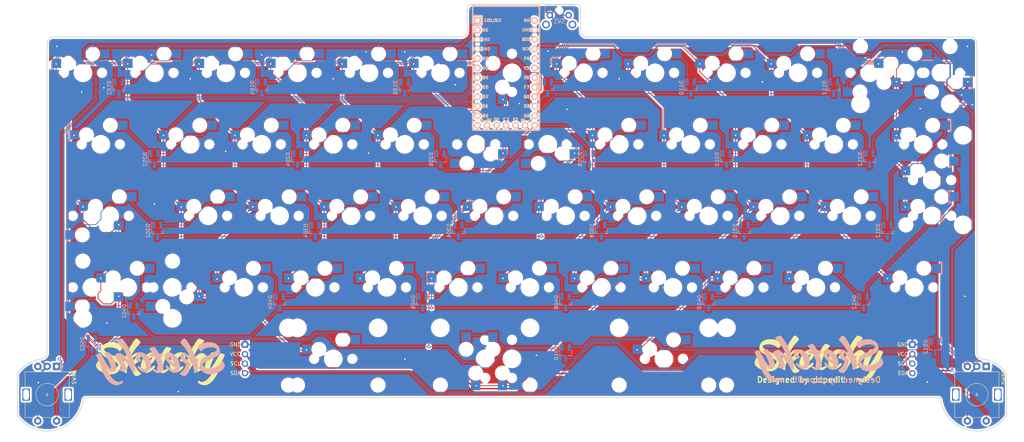
<source format=kicad_pcb>
(kicad_pcb (version 20211014) (generator pcbnew)
  (title_block (title "Sketchy Sketchy PCB") (date "2022-02-04") (rev "1") (company "dcpedit"))
  (layers (0 "F.Cu" signal) (31 "B.Cu" signal) (34 "B.Paste" user) (35 "F.Paste" user) (36 "B.SilkS" user "B.Silkscreen") (37 "F.SilkS" user "F.Silkscreen") (38 "B.Mask" user) (39 "F.Mask" user) (44 "Edge.Cuts" user))
  (net 0 "")
  (net 1 "Net-(D102-Pad1)")
  (net 2 "Row0")
  (net 3 "Net-(D102-Pad2)")
  (net 4 "Net-(D104-Pad1)")
  (net 5 "Row1")
  (net 6 "Net-(D104-Pad2)")
  (net 7 "Net-(D106-Pad1)")
  (net 8 "Net-(D106-Pad2)")
  (net 9 "Net-(D108-Pad1)")
  (net 10 "Net-(D108-Pad2)")
  (net 11 "Net-(D110-Pad1)")
  (net 12 "Net-(D110-Pad2)")
  (net 13 "Net-(D112-Pad1)")
  (net 14 "Net-(D112-Pad2)")
  (net 15 "Net-(D202-Pad1)")
  (net 16 "Net-(D202-Pad2)")
  (net 17 "Net-(D204-Pad1)")
  (net 18 "Net-(D204-Pad2)")
  (net 19 "Net-(D206-Pad1)")
  (net 20 "Net-(D206-Pad2)")
  (net 21 "Net-(D208-Pad1)")
  (net 22 "Net-(D208-Pad2)")
  (net 23 "Net-(D210-Pad1)")
  (net 24 "Row2")
  (net 25 "Net-(D210-Pad2)")
  (net 26 "Net-(D212-Pad1)")
  (net 27 "Row3")
  (net 28 "Net-(D212-Pad2)")
  (net 29 "Net-(D302-Pad1)")
  (net 30 "Net-(D302-Pad2)")
  (net 31 "Net-(D304-Pad1)")
  (net 32 "Net-(D304-Pad2)")
  (net 33 "Net-(D306-Pad1)")
  (net 34 "Net-(D306-Pad2)")
  (net 35 "Net-(D308-Pad1)")
  (net 36 "Net-(D308-Pad2)")
  (net 37 "Net-(D310-Pad1)")
  (net 38 "Net-(D310-Pad2)")
  (net 39 "Net-(D312-Pad1)")
  (net 40 "Net-(D312-Pad2)")
  (net 41 "Net-(D402-Pad1)")
  (net 42 "Row4")
  (net 43 "Net-(D402-Pad2)")
  (net 44 "Net-(D404-Pad1)")
  (net 45 "Net-(D404-Pad2)")
  (net 46 "Net-(D406-Pad1)")
  (net 47 "Net-(D406-Pad2)")
  (net 48 "Net-(D408-Pad1)")
  (net 49 "Net-(D408-Pad2)")
  (net 50 "Net-(D410-Pad1)")
  (net 51 "Net-(D410-Pad2)")
  (net 52 "Net-(D412-Pad1)")
  (net 53 "Net-(D412-Pad2)")
  (net 54 "Net-(D502-Pad1)")
  (net 55 "Net-(D502-Pad2)")
  (net 56 "Net-(D510-Pad1)")
  (net 57 "Net-(D510-Pad2)")
  (net 58 "Net-(D512-Pad1)")
  (net 59 "Net-(D512-Pad2)")
  (net 60 "Col10")
  (net 61 "Col11")
  (net 63 "SDA")
  (net 64 "SCL")
  (net 65 "+5V")
  (net 66 "RB1")
  (net 67 "RA1")
  (net 68 "RB2")
  (net 69 "RA2")
  (net 70 "Col0")
  (net 71 "Col1")
  (net 72 "Col2")
  (net 73 "Col3")
  (net 74 "Col4")
  (net 75 "Col5")
  (net 76 "Col6")
  (net 77 "Col7")
  (net 78 "Col8")
  (net 79 "Col9")
  (net 80 "GND")
  (net 81 "Net-(SW1-Pad1)")
  (footprint "Custom_Footprints:SSD1306_OLED" (layer "F.Cu") (at 237.33125 125.4125 180)
    (fp_text reference "J2")
    (fp_text value "OLED")
  )
  (footprint "Keebio-Parts:RotaryEncoder_Alps_EC11E-Switch_Vertical_H20mm" (layer "F.Cu") (at 272.25625 134.9375 -90)
    (fp_text reference "SWR2")
    (fp_text value "Rotary_Encoder_Switch")
  )
  (footprint "Keebio-Parts:RotaryEncoder_Alps_EC11E-Switch_Vertical_H20mm" (layer "F.Cu") (at 24.60625 134.9375 -90)
    (fp_text reference "SWR1")
    (fp_text value "Rotary_Encoder_Switch")
  )
  (footprint "Custom_Footprints:SSD1306_OLED" (layer "F.Cu") (at 59.53125 125.4125 180)
    (fp_text reference "J1")
    (fp_text value "OLED")
  )
  (footprint "Keebio-Parts:Elite-C" (layer "F.Cu") (at 146.84375 49.2125 -90)
    (fp_text reference "U1" hide)
    (fp_text value "Elite-C" hide)
  )
  (footprint "MX_Only:MXOnly-1U-Hotswap" (layer "F.Cu") (at 115.09375 106.3625)
    (fp_text reference "MX405")
    (fp_text value "MX-NoLED")
  )
  (footprint "MX_Only:MXOnly-7U-Hotswap-ReversedStabilizers" (layer "F.Cu") (at 148.43125 125.4125)
    (fp_text reference "MX509.7")
    (fp_text value "MX-NoLED")
  )
  (footprint "MX_Only:MXOnly-1U-Hotswap" (layer "F.Cu") (at 196.05625 68.2625)
    (fp_text reference "MX209")
    (fp_text value "MX-NoLED")
  )
  (footprint "MX_Only:MXOnly-1U-Hotswap" (layer "F.Cu") (at 157.95625 68.2625 180)
    (fp_text reference "MX207")
    (fp_text value "MX-NoLED")
  )
  (footprint "MX_Only:MXOnly-1U-Hotswap" (layer "F.Cu") (at 148.43125 49.2125 90)
    (fp_text reference "MX107")
    (fp_text value "MX-NoLED")
  )
  (footprint "MX_Only:MXOnly-1U-Hotswap" (layer "F.Cu") (at 119.85625 68.2625)
    (fp_text reference "MX205")
    (fp_text value "MX-NoLED")
  )
  (footprint "MX_Only:MXOnly-2.25U-Hotswap" (layer "F.Cu") (at 46.0375 106.3625)
    (fp_text reference "MX401")
    (fp_text value "MX-NoLED")
  )
  (footprint "MX_Only:MXOnly-1U-Hotswap" (layer "F.Cu") (at 57.94375 106.3625 180)
    (fp_text reference "MX402")
    (fp_text value "MX-NoLED")
  )
  (footprint "MX_Only:MXOnly-1U-Hotswap" (layer "F.Cu") (at 86.51875 87.3125)
    (fp_text reference "MX303")
    (fp_text value "MX-NoLED")
  )
  (footprint "MX_Only:MXOnly-1U-Hotswap" (layer "F.Cu") (at 62.70625 68.2625)
    (fp_text reference "MX202")
    (fp_text value "MX-NoLED")
  )
  (footprint "MX_Only:MXOnly-1U-Hotswap" (layer "F.Cu") (at 167.48125 49.2125)
    (fp_text reference "MX108")
    (fp_text value "MX-NoLED")
  )
  (footprint "MX_Only:MXOnly-2U-Hotswap" (layer "F.Cu") (at 253.20625 49.2125)
    (fp_text reference "MX112.2")
    (fp_text value "MX-NoLED")
  )
  (footprint "MX_Only:MXOnly-2U-Hotswap-ReversedStabilizers" (layer "F.Cu") (at 100.80625 125.4125)
    (fp_text reference "MX502")
    (fp_text value "MX-NoLED")
  )
  (footprint "MX_Only:MXOnly-1U-Hotswap" (layer "F.Cu") (at 191.29375 106.3625)
    (fp_text reference "MX409")
    (fp_text value "MX-NoLED")
  )
  (footprint "MX_Only:MXOnly-1U-Hotswap" (layer "F.Cu") (at 124.61875 87.3125)
    (fp_text reference "MX305")
    (fp_text value "MX-NoLED")
  )
  (footprint "MX_Only:MXOnly-1.75U-Hotswap" (layer "F.Cu") (at 41.275 87.3125)
    (fp_text reference "MX301")
    (fp_text value "MX-NoLED")
  )
  (footprint "MX_Only:MXOnly-1U-Hotswap" (layer "F.Cu") (at 177.00625 68.2625)
    (fp_text reference "MX208")
    (fp_text value "MX-NoLED")
  )
  (footprint "MX_Only:MXOnly-2.75U-Hotswap-ReversedStabilizers" (layer "F.Cu") (at 188.9125 125.4125)
    (fp_text reference "MX510")
    (fp_text value "MX-NoLED")
  )
  (footprint "MX_Only:MXOnly-1U-Hotswap" (layer "F.Cu") (at 138.90625 68.2625 180)
    (fp_text reference "MX206")
    (fp_text value "MX-NoLED")
  )
  (footprint "MX_Only:MXOnly-1.25U-Hotswap" (layer "F.Cu") (at 260.35 87.3125)
    (fp_text reference "MX412")
    (fp_text value "MX-NoLED")
  )
  (footprint "MX_Only:MXOnly-1U-Hotswap" (layer "F.Cu") (at 134.14375 106.3625)
    (fp_text reference "MX406")
    (fp_text value "MX-NoLED")
  )
  (footprint "MX_Only:MXOnly-1U-Hotswap" (layer "F.Cu") (at 81.75625 68.2625)
    (fp_text reference "MX203")
    (fp_text value "MX-NoLED")
  )
  (footprint "MX_Only:MXOnly-1U-Hotswap" (layer "F.Cu") (at 105.56875 87.3125)
    (fp_text reference "MX304")
    (fp_text value "MX-NoLED")
  )
  (footprint "MX_Only:MXOnly-1U-Hotswap" (layer "F.Cu") (at 200.81875 87.3125)
    (fp_text reference "MX309")
    (fp_text value "MX-NoLED")
  )
  (footprint "MX_Only:MXOnly-1U-Hotswap" (layer "F.Cu") (at 96.04375 106.3625)
    (fp_text reference "MX404")
    (fp_text value "MX-NoLED")
  )
  (footprint "MX_Only:MXOnly-ISO-Hotswap" (layer "F.Cu") (at 260.35 77.7875)
    (fp_text reference "MX412.2")
    (fp_text value "MX-NoLED")
  )
  (footprint "MX_Only:MXOnly-1U-Hotswap" (layer "F.Cu") (at 224.63125 49.2125)
    (fp_text reference "MX111")
    (fp_text value "MX-NoLED")
  )
  (footprint "MX_Only:MXOnly-1U-Hotswap" (layer "F.Cu") (at 210.34375 106.3625)
    (fp_text reference "MX410")
    (fp_text value "MX-NoLED")
  )
  (footprint "MX_Only:MXOnly-1U-Hotswap" (layer "F.Cu") (at 53.18125 49.2125)
    (fp_text reference "MX102")
    (fp_text value "MX-NoLED")
  )
  (footprint "MX_Only:MXOnly-1U-Hotswap" (layer "F.Cu") (at 76.99375 106.3625)
    (fp_text reference "MX403")
    (fp_text value "MX-NoLED")
  )
  (footprint "MX_Only:MXOnly-2.25U-Hotswap-ReversedStabilizers" (layer "F.Cu") (at 141.2875 125.4125)
    (fp_text reference "MX509")
    (fp_text value "MX-NoLED")
  )
  (footprint "MX_Only:MXOnly-1U-Hotswap" (layer "F.Cu") (at 72.23125 49.2125)
    (fp_text reference "MX103")
    (fp_text value "MX-NoLED")
  )
  (footprint "MX_Only:MXOnly-1U-Hotswap" (layer "F.Cu") (at 186.53125 49.2125)
    (fp_text reference "MX109")
    (fp_text value "MX-NoLED")
  )
  (footprint "MX_Only:MXOnly-1U-Hotswap" (layer "F.Cu") (at 262.73125 49.2125 180)
    (fp_text reference "MX212")
    (fp_text value "MX-NoLED")
  )
  (footprint "MX_Only:MXOnly-1U-Hotswap" (layer "F.Cu") (at 34.13125 49.2125)
    (fp_text reference "MX101")
    (fp_text value "MX-NoLED")
  )
  (footprint "MX_Only:MXOnly-1U-Hotswap" (layer "F.Cu") (at 215.10625 68.2625)
    (fp_text reference "MX210")
    (fp_text value "MX-NoLED")
  )
  (footprint "sketchy:sketchy" (layer "F.Cu") (at 54.76875 126.20625)
    (fp_text reference "G***" hide)
    (fp_text value "LOGO" hide)
  )
  (footprint "MX_Only:MXOnly-1U-Hotswap" (layer "F.Cu") (at 229.39375 106.3625)
    (fp_text reference "MX411")
    (fp_text value "MX-NoLED")
  )
  (footprint "MX_Only:MXOnly-1U-Hotswap" (layer "F.Cu") (at 67.46875 87.3125)
    (fp_text reference "MX302")
    (fp_text value "MX-NoLED")
  )
  (footprint "MX_Only:MXOnly-1U-Hotswap" (layer "F.Cu") (at 219.86875 87.3125)
    (fp_text reference "MX310")
    (fp_text value "MX-NoLED")
  )
  (footprint "MX_Only:MXOnly-1.5U-Hotswap" (layer "F.Cu") (at 257.96875 68.2625)
    (fp_text reference "MX312")
    (fp_text value "MX-NoLED")
  )
  (footprint "MX_Only:MXOnly-1U-Hotswap" (layer "F.Cu") (at 205.58125 49.2125)
    (fp_text reference "MX110")
    (fp_text value "MX-NoLED")
  )
  (footprint "MX_Only:MXOnly-1.25U-Hotswap" (layer "F.Cu") (at 36.5125 87.3125 180)
    (fp_text reference "MX301.125")
    (fp_text value "MX-NoLED")
  )
  (footprint "MX_Only:MXOnly-1U-Hotswap" (layer "F.Cu") (at 181.76875 87.3125)
    (fp_text reference "MX308")
    (fp_text value "MX-NoLED")
  )
  (footprint "MX_Only:MXOnly-1U-Hotswap" (layer "F.Cu") (at 243.68125 49.2125 180)
    (fp_text reference "MX112")
    (fp_text value "MX-NoLED")
  )
  (footprint "MX_Only:MXOnly-1U-Hotswap" (layer "F.Cu") (at 153.19375 106.3625)
    (fp_text reference "MX407")
    (fp_text value "MX-NoLED")
  )
  (footprint "MX_Only:MXOnly-1U-Hotswap" (layer "F.Cu") (at 162.71875 87.3125)
    (fp_text reference "MX307")
    (fp_text value "MX-NoLED")
  )
  (footprint "MX_Only:MXOnly-1.75U-Hotswap" (layer "F.Cu") (at 255.5875 106.3625)
    (fp_text reference "MX511")
    (fp_text value "MX-NoLED")
  )
  (footprint "MX_Only:MXOnly-1.5U-Hotswap" (layer "F.Cu") (at 38.89375 68.2625)
    (fp_text reference "MX201")
    (fp_text value "MX-NoLED")
  )
  (footprint "MX_Only:MXOnly-1.25U-Hotswap" (layer "F.Cu") (at 36.5125 106.3625 180)
    (fp_text reference "MX401.125")
    (fp_text value "MX-NoLED")
  )
  (footprint "MX_Only:MXOnly-1U-Hotswap" (layer "F.Cu") (at 91.28125 49.2125)
    (fp_text reference "MX104")
    (fp_text value "MX-NoLED")
  )
  (footprint "MX_Only:MXOnly-1U-Hotswap" (layer "F.Cu") (at 129.38125 49.2125)
    (fp_text reference "MX106")
    (fp_text value "MX-NoLED")
  )
  (footprint "MX_Only:MXOnly-1U-Hotswap" (layer "F.Cu") (at 143.66875 87.3125)
    (fp_text reference "MX306")
    (fp_text value "MX-NoLED")
  )
  (footprint "MX_Only:MXOnly-1U-Hotswap" (layer "F.Cu") (at 238.91875 87.3125)
    (fp_text reference "MX311")
    (fp_text value "MX-NoLED")
  )
  (footprint "MX_Only:MXOnly-1U-Hotswap" (layer "F.Cu") (at 234.15625 68.2625)
    (fp_text reference "MX211")
    (fp_text value "MX-NoLED")
  )
  (footprint "MX_Only:MXOnly-1U-Hotswap" (layer "F.Cu") (at 172.24375 106.3625)
    (fp_text reference "MX408")
    (fp_text value "MX-NoLED")
  )
  (footprint "MX_Only:MXOnly-1U-Hotswap" (layer "F.Cu") (at 100.80625 68.2625)
    (fp_text reference "MX204")
    (fp_text value "MX-NoLED")
  )
  (footprint "MX_Only:MXOnly-1U-Hotswap" (layer "F.Cu") (at 110.33125 49.2125)
    (fp_text reference "MX105")
    (fp_text value "MX-NoLED")
  )
  (footprint "sketchy:sketchy" (layer "F.Cu") (at 230.1875 125.4125)
    (fp_text reference "G***" hide)
    (fp_text value "LOGO" hide)
  )
  (footprint "Keebio-Parts:SW_Tactile_SPST_Angled_MJTP1117" (layer "B.Cu") (at 163.5125 33.84375 180)
    (fp_text reference "SW1")
    (fp_text value "SW_Push")
  )
  (footprint "Keebio-Parts:SOT-23_Handsoldering" (layer "B.Cu") (at 43.65625 53.18125 -90)
    (fp_text reference "D102")
    (fp_text value "BAV70")
  )
  (footprint "Keebio-Parts:SOT-23_Handsoldering" (layer "B.Cu") (at 81.75625 53.18125 -90)
    (fp_text reference "D104")
    (fp_text value "BAV70")
  )
  (footprint "Keebio-Parts:SOT-23_Handsoldering" (layer "B.Cu") (at 196.05625 53.18125 -90)
    (fp_text reference "D110")
    (fp_text value "BAV70")
  )
  (footprint "Keebio-Parts:SOT-23_Handsoldering" (layer "B.Cu") (at 248.44375 91.28125 -90)
    (fp_text reference "D312")
    (fp_text value "BAV70")
  )
  (footprint "Keebio-Parts:SOT-23_Handsoldering" (layer "B.Cu") (at 47.625 112.7125 -90)
    (fp_text reference "D402")
    (fp_text value "BAV70")
  )
  (footprint "Keebio-Parts:SOT-23_Handsoldering" (layer "B.Cu") (at 53.975 91.28125 -90)
    (fp_text reference "D302")
    (fp_text value "BAV70")
  )
  (footprint "sketchy:sketchy" (layer "B.Cu") (at 230.1875 125.4125 180)
    (fp_text reference "G***" hide)
    (fp_text value "LOGO" hide)
  )
  (footprint "Keebio-Parts:SOT-23_Handsoldering" (layer "B.Cu") (at 162.71875 123.825 -90)
    (fp_text reference "D510")
    (fp_text value "BAV70")
  )
  (footprint "Keebio-Parts:SOT-23_Handsoldering" (layer "B.Cu") (at 157.95625 53.18125 -90)
    (fp_text reference "D108")
    (fp_text value "BAV70")
  )
  (footprint "Keebio-Parts:SOT-23_Handsoldering" (layer "B.Cu") (at 124.61875 110.33125 -90)
    (fp_text reference "D406")
    (fp_text value "BAV70")
  )
  (footprint "Keebio-Parts:SOT-23_Handsoldering" (layer "B.Cu") (at 200.81875 110.33125 -90)
    (fp_text reference "D410")
    (fp_text value "BAV70")
  )
  (footprint "Keebio-Parts:SOT-23_Handsoldering" (layer "B.Cu") (at 134.14375 91.28125 -90)
    (fp_text reference "D306")
    (fp_text value "BAV70")
  )
  (footprint "Keebio-Parts:SOT-23_Handsoldering" (layer "B.Cu") (at 53.18125 72.23125 -90)
    (fp_text reference "D202")
    (fp_text value "BAV70")
  )
  (footprint "Keebio-Parts:SOT-23_Handsoldering" (layer "B.Cu") (at 261.14375 122.2375 -90)
    (fp_text reference "D512")
    (fp_text value "BAV70")
  )
  (footprint "Keebio-Parts:SOT-23_Handsoldering" (layer "B.Cu") (at 36.5125 121.44375 -90)
    (fp_text reference "D502")
    (fp_text value "BAV70")
  )
  (footprint "sketchy:sketchy" (layer "B.Cu") (at 54.76875 126.20625 180)
    (fp_text reference "G***" hide)
    (fp_text value "LOGO" hide)
  )
  (footprint "Keebio-Parts:SOT-23_Handsoldering" (layer "B.Cu") (at 205.58125 72.23125 -90)
    (fp_text reference "D210")
    (fp_text value "BAV70")
  )
  (footprint "Keebio-Parts:SOT-23_Handsoldering" (layer "B.Cu") (at 172.24375 91.28125 -90)
    (fp_text reference "D308")
    (fp_text value "BAV70")
  )
  (footprint "Keebio-Parts:SOT-23_Handsoldering" (layer "B.Cu") (at 96.04375 91.28125 -90)
    (fp_text reference "D304")
    (fp_text value "BAV70")
  )
  (footprint "Keebio-Parts:SOT-23_Handsoldering" (layer "B.Cu") (at 129.38125 72.23125 -90)
    (fp_text reference "D206")
    (fp_text value "BAV70")
  )
  (footprint "Keebio-Parts:SOT-23_Handsoldering" (layer "B.Cu") (at 242.09375 110.33125 -90)
    (fp_text reference "D412")
    (fp_text value "BAV70")
  )
  (footprint "Keebio-Parts:SOT-23_Handsoldering" (layer "B.Cu") (at 234.15625 53.18125 -90)
    (fp_text reference "D112")
    (fp_text value "BAV70")
  )
  (footprint "Keebio-Parts:SOT-23_Handsoldering" (layer "B.Cu") (at 86.51875 110.33125 -90)
    (fp_text reference "D404")
    (fp_text value "BAV70")
  )
  (footprint "Keebio-Parts:SOT-23_Handsoldering" (layer "B.Cu") (at 119.85625 53.18125 -90)
    (fp_text reference "D106")
    (fp_text value "BAV70")
  )
  (footprint "Keebio-Parts:SOT-23_Handsoldering" (layer "B.Cu") (at 169.06875 72.23125 -90)
    (fp_text reference "D208")
    (fp_text value "BAV70")
  )
  (footprint "Keebio-Parts:SOT-23_Handsoldering" (layer "B.Cu") (at 91.28125 72.23125 -90)
    (fp_text reference "D204")
    (fp_text value "BAV70")
  )
  (footprint "Keebio-Parts:SOT-23_Handsoldering" (layer "B.Cu") (at 162.71875 110.33125 -90)
    (fp_text reference "D408")
    (fp_text value "BAV70")
  )
  (footprint "Keebio-Parts:SOT-23_Handsoldering" (layer "B.Cu") (at 210.34375 91.28125 -90)
    (fp_text reference "D310")
    (fp_text value "BAV70")
  )
  (footprint "Keebio-Parts:SOT-23_Handsoldering" (layer "B.Cu") (at 243.68125 72.23125 -90)
    (fp_text reference "D212")
    (fp_text value "BAV70")
  )
  (gr_line (start 136.525 32.54375) (end 136.525 38.1) (layer "Edge.Cuts") (width 0.2))
  (gr_arc (start 280.19375 140.49375) (mid 270.128748 144.377886) (end 262.731251 136.525) (layer "Edge.Cuts") (width 0.2))
  (gr_arc (start 261.9375 135.73125) (mid 262.498766 135.963734) (end 262.73125 136.525) (layer "Edge.Cuts") (width 0.2))
  (gr_line (start 166.6875 38.1) (end 166.6875 32.54375) (layer "Edge.Cuts") (width 0.2))
  (gr_arc (start 34.131249 136.525) (mid 34.363733 135.963733) (end 34.925 135.731249) (layer "Edge.Cuts") (width 0.2))
  (gr_line (start 280.19375 129.38125) (end 280.19375 140.49375) (layer "Edge.Cuts") (width 0.2))
  (gr_line (start 270.66875 39.6875) (end 168.275 39.6875) (layer "Edge.Cuts") (width 0.2))
  (gr_arc (start 34.131249 136.525) (mid 26.731771 144.36917) (end 16.66875 140.49375) (layer "Edge.Cuts") (width 0.2))
  (gr_line (start 16.66875 129.38125) (end 16.66875 140.49375) (layer "Edge.Cuts") (width 0.2))
  (gr_arc (start 273.84375 125.412502) (mid 272.721217 124.947533) (end 272.256248 123.825) (layer "Edge.Cuts") (width 0.2))
  (gr_arc (start 16.66875 129.38125) (mid 19.439977 126.750839) (end 23.01875 125.412501) (layer "Edge.Cuts") (width 0.2))
  (gr_arc (start 136.525 32.54375) (mid 136.989968 31.421218) (end 138.1125 30.95625) (layer "Edge.Cuts") (width 0.2))
  (gr_arc (start 24.60625 123.825) (mid 24.141282 124.947532) (end 23.01875 125.4125) (layer "Edge.Cuts") (width 0.2))
  (gr_line (start 272.25625 41.275) (end 272.25625 123.825) (layer "Edge.Cuts") (width 0.2))
  (gr_arc (start 165.1 30.95625) (mid 166.222532 31.421218) (end 166.6875 32.54375) (layer "Edge.Cuts") (width 0.2))
  (gr_arc (start 136.525 38.1) (mid 136.060032 39.222532) (end 134.9375 39.6875) (layer "Edge.Cuts") (width 0.2))
  (gr_line (start 261.9375 135.73125) (end 34.925 135.731249) (layer "Edge.Cuts") (width 0.2))
  (gr_line (start 134.9375 39.6875) (end 26.19375 39.6875) (layer "Edge.Cuts") (width 0.2))
  (gr_line (start 24.60625 41.275) (end 24.60625 123.825) (layer "Edge.Cuts") (width 0.2))
  (gr_arc (start 24.60625 41.275) (mid 25.071218 40.152468) (end 26.19375 39.6875) (layer "Edge.Cuts") (width 0.2))
  (gr_line (start 165.1 30.95625) (end 138.1125 30.95625) (layer "Edge.Cuts") (width 0.2))
  (gr_arc (start 273.84375 125.412502) (mid 277.414241 126.76409) (end 280.19375 129.38125) (layer "Edge.Cuts") (width 0.2))
  (gr_arc (start 270.66875 39.6875) (mid 271.791282 40.152468) (end 272.25625 41.275) (layer "Edge.Cuts") (width 0.2))
  (gr_arc (start 168.275 39.6875) (mid 167.152468 39.222532) (end 166.6875 38.1) (layer "Edge.Cuts") (width 0.2))
  (gr_text "Designed by dcpedit" (at 246.85625 130.96875) (layer "B.SilkS") (effects (font (size 1.5 1.5) (thickness 0.3)) (justify left mirror)))
  (gr_text "Designed by dcpedit" (at 213.51875 130.96875) (layer "F.SilkS") (effects (font (size 1.5 1.5) (thickness 0.3)) (justify left)))
  (segment (start 42.70625 46.8655) (end 42.70625 51.68125) (width 0.2032) (layer "B.Cu") (net 1))
  (segment (start 39.97325 44.1325) (end 42.70625 46.8655) (width 0.2032) (layer "B.Cu") (net 1))
  (segment (start 146.876836 46.163164) (end 149.733632 46.163164) (width 0.2032) (layer "B.Cu") (net 2))
  (segment (start 153.082625 56.721375) (end 154.46375 58.1025) (width 0.2032) (layer "B.Cu") (net 2))
  (segment (start 157.95625 54.68125) (end 157.885 54.68125) (width 0.2032) (layer "B.Cu") (net 2))
  (segment (start 120.704641 55.529641) (end 135.577545 55.529641) (width 0.2032) (layer "B.Cu") (net 2))
  (segment (start 157.885 54.68125) (end 154.46375 58.1025) (width 0.2032) (layer "B.Cu") (net 2))
  (segment (start 234.15625 54.68125) (end 196.05625 54.68125) (width 0.2032) (layer "B.Cu") (net 2))
  (segment (start 82.604641 55.529641) (end 119.007859 55.529641) (width 0.2032) (layer "B.Cu") (net 2))
  (segment (start 137.599639 53.507547) (end 137.599639 50.441499) (width 0.2032) (layer "B.Cu") (net 2))
  (segment (start 119.85625 54.68125) (end 120.704641 55.529641) (width 0.2032) (layer "B.Cu") (net 2))
  (segment (start 119.007859 55.529641) (end 119.85625 54.68125) (width 0.2032) (layer "B.Cu") (net 2))
  (segment (start 153.082625 49.512157) (end 153.082625 56.721375) (width 0.2032) (layer "B.Cu") (net 2))
  (segment (start 81.75625 54.68125) (end 82.604641 55.529641) (width 0.2032) (layer "B.Cu") (net 2))
  (segment (start 137.599639 50.441499) (end 138.765138 49.276) (width 0.2032) (layer "B.Cu") (net 2))
  (segment (start 80.907859 55.529641) (end 44.504641 55.529641) (width 0.2032) (layer "B.Cu") (net 2))
  (segment (start 149.733632 46.163164) (end 153.082625 49.512157) (width 0.2032) (layer "B.Cu") (net 2))
  (segment (start 135.577545 55.529641) (end 137.599639 53.507547) (width 0.2032) (layer "B.Cu") (net 2))
  (segment (start 143.764 49.276) (end 146.876836 46.163164) (width 0.2032) (layer "B.Cu") (net 2))
  (segment (start 44.504641 55.529641) (end 43.65625 54.68125) (width 0.2032) (layer "B.Cu") (net 2))
  (segment (start 196.05625 54.68125) (end 157.95625 54.68125) (width 0.2032) (layer "B.Cu") (net 2))
  (segment (start 138.765138 49.276) (end 143.764 49.276) (width 0.2032) (layer "B.Cu") (net 2))
  (segment (start 81.75625 54.68125) (end 80.907859 55.529641) (width 0.2032) (layer "B.Cu") (net 2))
  (segment (start 59.02325 44.1325) (end 57.172129 45.983621) (width 0.2032) (layer "B.Cu") (net 3))
  (segment (start 57.172129 45.983621) (end 53.093767 45.983621) (width 0.2032) (layer "B.Cu") (net 3))
  (segment (start 53.093767 45.983621) (end 47.396138 51.68125) (width 0.2032) (layer "B.Cu") (net 3))
  (segment (start 47.396138 51.68125) (end 44.60625 51.68125) (width 0.2032) (layer "B.Cu") (net 3))
  (segment (start 80.80625 46.8655) (end 80.80625 51.68125) (width 0.2032) (layer "B.Cu") (net 4))
  (segment (start 78.07325 44.1325) (end 80.80625 46.8655) (width 0.2032) (layer "B.Cu") (net 4))
  (segment (start 129.38125 73.73125) (end 130.843621 75.193621) (width 0.2032) (layer "B.Cu") (net 5))
  (segment (start 151.650129 65.996121) (end 154.46375 63.1825) (width 0.2032) (layer "B.Cu") (net 5))
  (segment (start 169.06875 69.729028) (end 169.06875 73.73125) (width 0.2032) (layer "B.Cu") (net 5))
  (segment (start 162.522222 63.1825) (end 169.06875 69.729028) (width 0.2032) (layer "B.Cu") (net 5))
  (segment (start 205.58125 73.73125) (end 243.68125 73.73125) (width 0.2032) (layer "B.Cu") (net 5))
  (segment (start 53.18125 73.73125) (end 91.28125 73.73125) (width 0.2032) (layer "B.Cu") (net 5))
  (segment (start 91.28125 73.73125) (end 129.38125 73.73125) (width 0.2032) (layer "B.Cu") (net 5))
  (segment (start 151.650129 69.329871) (end 151.650129 65.996121) (width 0.2032) (layer "B.Cu") (net 5))
  (segment (start 130.843621 75.193621) (end 145.786379 75.193621) (width 0.2032) (layer "B.Cu") (net 5))
  (segment (start 169.06875 73.73125) (end 205.58125 73.73125) (width 0.2032) (layer "B.Cu") (net 5))
  (segment (start 154.46375 63.1825) (end 162.522222 63.1825) (width 0.2032) (layer "B.Cu") (net 5))
  (segment (start 145.786379 75.193621) (end 151.650129 69.329871) (width 0.2032) (layer "B.Cu") (net 5))
  (segment (start 85.466498 51.68125) (end 82.70625 51.68125) (width 0.2032) (layer "B.Cu") (net 6))
  (segment (start 91.164127 45.983621) (end 85.466498 51.68125) (width 0.2032) (layer "B.Cu") (net 6))
  (segment (start 97.12325 44.1325) (end 95.272129 45.983621) (width 0.2032) (layer "B.Cu") (net 6))
  (segment (start 95.272129 45.983621) (end 91.164127 45.983621) (width 0.2032) (layer "B.Cu") (net 6))
  (segment (start 116.17325 44.1325) (end 118.90625 46.8655) (width 0.2032) (layer "B.Cu") (net 7))
  (segment (start 118.90625 46.8655) (end 118.90625 51.68125) (width 0.2032) (layer "B.Cu") (net 7))
  (segment (start 120.80625 51.68125) (end 120.80625 54.25825) (width 0.2032) (layer "B.Cu") (net 8))
  (segment (start 137.196919 53.340735) (end 137.196919 46.106169) (width 0.2032) (layer "B.Cu") (net 8))
  (segment (start 120.80625 54.25825) (end 121.674921 55.126921) (width 0.2032) (layer "B.Cu") (net 8))
  (segment (start 121.674921 55.126921) (end 135.410733 55.126921) (width 0.2032) (layer "B.Cu") (net 8))
  (segment (start 135.410733 55.126921) (end 137.196919 53.340735) (width 0.2032) (layer "B.Cu") (net 8))
  (segment (start 137.196919 46.106169) (end 135.22325 44.1325) (width 0.2032) (layer "B.Cu") (net 8))
  (segment (start 157.00625 51.68125) (end 157.00625 51.13125) (width 0.2032) (layer "B.Cu") (net 9))
  (segment (start 157.00625 51.13125) (end 154.994911 49.119911) (width 0.2032) (layer "B.Cu") (net 9))
  (segment (start 154.994911 49.119911) (end 153.259911 49.119911) (width 0.2032) (layer "B.Cu") (net 9))
  (segment (start 153.259911 49.119911) (end 149.900444 45.760444) (width 0.2032) (layer "B.Cu") (net 9))
  (segment (start 149.900444 45.760444) (end 145.741194 45.760444) (width 0.2032) (layer "B.Cu") (net 9))
  (segment (start 145.741194 45.760444) (end 143.35125 43.3705) (width 0.2032) (layer "B.Cu") (net 9))
  (segment (start 167.364127 45.983621) (end 161.666498 51.68125) (width 0.2032) (layer "B.Cu") (net 10))
  (segment (start 171.472129 45.983621) (end 167.364127 45.983621) (width 0.2032) (layer "B.Cu") (net 10))
  (segment (start 161.666498 51.68125) (end 158.90625 51.68125) (width 0.2032) (layer "B.Cu") (net 10))
  (segment (start 173.32325 44.1325) (end 171.472129 45.983621) (width 0.2032) (layer "B.Cu") (net 10))
  (segment (start 192.37325 44.1325) (end 195.10625 46.8655) (width 0.2032) (layer "B.Cu") (net 11))
  (segment (start 195.10625 46.8655) (end 195.10625 51.68125) (width 0.2032) (layer "B.Cu") (net 11))
  (segment (start 205.464127 45.983621) (end 199.766498 51.68125) (width 0.2032) (layer "B.Cu") (net 12))
  (segment (start 199.766498 51.68125) (end 197.00625 51.68125) (width 0.2032) (layer "B.Cu") (net 12))
  (segment (start 209.572129 45.983621) (end 205.464127 45.983621) (width 0.2032) (layer "B.Cu") (net 12))
  (segment (start 211.42325 44.1325) (end 209.572129 45.983621) (width 0.2032) (layer "B.Cu") (net 12))
  (segment (start 233.20625 46.8655) (end 233.20625 51.68125) (width 0.2032) (layer "B.Cu") (net 13))
  (segment (start 230.47325 44.1325) (end 233.20625 46.8655) (width 0.2032) (layer "B.Cu") (net 13))
  (segment (start 235.228 51.68125) (end 235.10625 51.68125) (width 0.2032) (layer "B.Cu") (net 14))
  (segment (start 237.83925 51.738138) (end 237.83925 54.2925) (width 0.2032) (layer "B.Cu") (net 14))
  (segment (start 259.04825 44.1325) (end 257.197129 42.281379) (width 0.2032) (layer "B.Cu") (net 14))
  (segment (start 257.197129 42.281379) (end 247.296009 42.281379) (width 0.2032) (layer "B.Cu") (net 14))
  (segment (start 247.296009 42.281379) (end 237.83925 51.738138) (width 0.2032) (layer "B.Cu") (net 14))
  (segment (start 237.83925 54.2925) (end 235.228 51.68125) (width 0.2032) (layer "B.Cu") (net 14))
  (segment (start 44.73575 63.1825) (end 44.73575 63.23575) (width 0.2032) (layer "B.Cu") (net 15))
  (segment (start 44.73575 63.23575) (end 52.23125 70.73125) (width 0.2032) (layer "B.Cu") (net 15))
  (segment (start 68.54825 63.1825) (end 65.813271 65.917479) (width 0.2032) (layer "B.Cu") (net 16))
  (segment (start 61.734909 65.917479) (end 56.921138 70.73125) (width 0.2032) (layer "B.Cu") (net 16))
  (segment (start 56.921138 70.73125) (end 54.13125 70.73125) (width 0.2032) (layer "B.Cu") (net 16))
  (segment (start 65.813271 65.917479) (end 61.734909 65.917479) (width 0.2032) (layer "B.Cu") (net 16))
  (segment (start 87.59825 63.1825) (end 90.33125 65.9155) (width 0.2032) (layer "B.Cu") (net 17))
  (segment (start 90.33125 65.9155) (end 90.33125 70.73125) (width 0.2032) (layer "B.Cu") (net 17))
  (segment (start 100.689127 65.033621) (end 94.991498 70.73125) (width 0.2032) (layer "B.Cu") (net 18))
  (segment (start 106.64825 63.1825) (end 104.797129 65.033621) (width 0.2032) (layer "B.Cu") (net 18))
  (segment (start 94.991498 70.73125) (end 92.23125 70.73125) (width 0.2032) (layer "B.Cu") (net 18))
  (segment (start 104.797129 65.033621) (end 100.689127 65.033621) (width 0.2032) (layer "B.Cu") (net 18))
  (segment (start 128.43125 65.9155) (end 128.43125 70.73125) (width 0.2032) (layer "B.Cu") (net 19))
  (segment (start 125.69825 63.1825) (end 128.43125 65.9155) (width 0.2032) (layer "B.Cu") (net 19))
  (segment (start 132.9425 73.3425) (end 130.33125 70.73125) (width 0.2032) (layer "B.Cu") (net 20))
  (segment (start 133.06425 73.3425) (end 132.9425 73.3425) (width 0.2032) (layer "B.Cu") (net 20))
  (segment (start 160.999489 72.653621) (end 166.196379 72.653621) (width 0.2032) (layer "B.Cu") (net 21))
  (segment (start 152.11425 73.3425) (end 154.849229 70.607521) (width 0.2032) (layer "B.Cu") (net 21))
  (segment (start 154.849229 70.607521) (end 158.953389 70.607521) (width 0.2032) (layer "B.Cu") (net 21))
  (segment (start 166.196379 72.653621) (end 168.11875 70.73125) (width 0.2032) (layer "B.Cu") (net 21))
  (segment (start 158.953389 70.607521) (end 160.999489 72.653621) (width 0.2032) (layer "B.Cu") (net 21))
  (segment (start 182.84825 63.1825) (end 180.997129 65.033621) (width 0.2032) (layer "B.Cu") (net 22))
  (segment (start 171.191498 70.73125) (end 170.01875 70.73125) (width 0.2032) (layer "B.Cu") (net 22))
  (segment (start 180.997129 65.033621) (end 176.889127 65.033621) (width 0.2032) (layer "B.Cu") (net 22))
  (segment (start 176.889127 65.033621) (end 171.191498 70.73125) (width 0.2032) (layer "B.Cu") (net 22))
  (segment (start 201.89825 63.1825) (end 204.63125 65.9155) (width 0.2032) (layer "B.Cu") (net 23))
  (segment (start 204.63125 65.9155) (end 204.63125 70.73125) (width 0.2032) (layer "B.Cu") (net 23))
  (segment (start 156.28125 92.78125) (end 156.276111 92.776111) (width 0.2032) (layer "F.Cu") (net 24))
  (segment (start 156.276111 80.459161) (end 165.801111 70.934161) (width 0.2032) (layer "F.Cu") (net 24))
  (segment (start 156.276111 92.776111) (end 156.276111 80.459161) (width 0.2032) (layer "F.Cu") (net 24))
  (segment (start 165.801111 70.934161) (end 165.801111 68.711579) (width 0.2032) (layer "F.Cu") (net 24))
  (segment (start 151.11997 64.91872) (end 149.38375 63.1825) (width 0.2032) (layer "F.Cu") (net 24))
  (segment (start 162.008252 64.91872) (end 151.11997 64.91872) (width 0.2032) (layer "F.Cu") (net 24))
  (segment (start 165.801111 68.711579) (end 162.008252 64.91872) (width 0.2032) (layer "F.Cu") (net 24))
  (via (at 156.28125 92.78125) (size 0.8) (drill 0.4) (layers "F.Cu" "B.Cu") (net 24))
  (segment (start 210.34375 92.78125) (end 248.44375 92.78125) (width 0.2032) (layer "B.Cu") (net 24))
  (segment (start 156.28125 92.78125) (end 172.24375 92.78125) (width 0.2032) (layer "B.Cu") (net 24))
  (segment (start 96.04375 92.78125) (end 134.14375 92.78125) (width 0.2032) (layer "B.Cu") (net 24))
  (segment (start 53.975 92.78125) (end 96.04375 92.78125) (width 0.2032) (layer "B.Cu") (net 24))
  (segment (start 172.24375 92.78125) (end 210.34375 92.78125) (width 0.2032) (layer "B.Cu") (net 24))
  (segment (start 134.14375 92.78125) (end 156.28125 92.78125) (width 0.2032) (layer "B.Cu") (net 24))
  (segment (start 214.989127 65.033621) (end 209.291498 70.73125) (width 0.2032) (layer "B.Cu") (net 25))
  (segment (start 220.94825 63.1825) (end 219.097129 65.033621) (width 0.2032) (layer "B.Cu") (net 25))
  (segment (start 209.291498 70.73125) (end 206.53125 70.73125) (width 0.2032) (layer "B.Cu") (net 25))
  (segment (start 219.097129 65.033621) (end 214.989127 65.033621) (width 0.2032) (layer "B.Cu") (net 25))
  (segment (start 242.73125 65.9155) (end 242.73125 70.73125) (width 0.2032) (layer "B.Cu") (net 26))
  (segment (start 239.99825 63.1825) (end 242.73125 65.9155) (width 0.2032) (layer "B.Cu") (net 26))
  (segment (start 137.362629 84.241163) (end 137.362629 85.085143) (width 0.2032) (layer "F.Cu") (net 27))
  (segment (start 145.549272 72.136) (end 141.474799 76.210473) (width 0.2032) (layer "F.Cu") (net 27))
  (segment (start 146.751111 67.600329) (end 146.751111 70.934161) (width 0.2032) (layer "F.Cu") (net 27))
  (segment (start 135.693896 85.909896) (end 127.104329 94.499463) (width 0.2032) (layer "F.Cu") (net 27))
  (segment (start 144.30375 65.152968) (end 146.751111 67.600329) (width 0.2032) (layer "F.Cu") (net 27))
  (segment (start 141.474799 80.128993) (end 137.362629 84.241163) (width 0.2032) (layer "F.Cu") (net 27))
  (segment (start 146.751111 70.934161) (end 145.549272 72.136) (width 0.2032) (layer "F.Cu") (net 27))
  (segment (start 144.30375 63.1825) (end 144.30375 65.152968) (width 0.2032) (layer "F.Cu") (net 27))
  (segment (start 136.537876 85.909896) (end 135.693896 85.909896) (width 0.2032) (layer "F.Cu") (net 27))
  (segment (start 127.701111 105.978889) (end 126.999989 106.680011) (width 0.2032) (layer "F.Cu") (net 27))
  (segment (start 127.104329 99.568) (end 127.104329 102.720329) (width 0.2032) (layer "F.Cu") (net 27))
  (segment (start 127.104329 102.720329) (end 127.701111 103.317111) (width 0.2032) (layer "F.Cu") (net 27))
  (segment (start 137.362629 85.085143) (end 136.537876 85.909896) (width 0.2032) (layer "F.Cu") (net 27))
  (segment (start 126.999989 106.680011) (end 126.999989 111.83125) (width 0.2032) (layer "F.Cu") (net 27))
  (segment (start 127.104329 94.499463) (end 127.104329 99.568) (width 0.2032) (layer "F.Cu") (net 27))
  (segment (start 141.474799 76.210473) (end 141.474799 80.128993) (width 0.2032) (layer "F.Cu") (net 27))
  (segment (start 127.701111 104.962889) (end 127.701111 105.978889) (width 0.2032) (layer "F.Cu") (net 27))
  (segment (start 127.701111 103.317111) (end 127.701111 104.962889) (width 0.2032) (layer "F.Cu") (net 27))
  (via (at 126.999989 111.83125) (size 0.8) (drill 0.4) (layers "F.Cu" "B.Cu") (net 27))
  (segment (start 52.95353 119.54103) (end 47.625 114.2125) (width 0.2032) (layer "B.Cu") (net 27))
  (segment (start 124.61875 111.83125) (end 86.51875 111.83125) (width 0.2032) (layer "B.Cu") (net 27))
  (segment (start 78.80897 119.54103) (end 52.95353 119.54103) (width 0.2032) (layer "B.Cu") (net 27))
  (segment (start 162.71875 111.83125) (end 124.61875 111.83125) (width 0.2032) (layer "B.Cu") (net 27))
  (segment (start 86.51875 111.83125) (end 78.80897 119.54103) (width 0.2032) (layer "B.Cu") (net 27))
  (segment (start 200.81875 111.83125) (end 162.71875 111.83125) (width 0.2032) (layer "B.Cu") (net 27))
  (segment (start 242.09375 111.83125) (end 200.81875 111.83125) (width 0.2032) (layer "B.Cu") (net 27))
  (segment (start 244.63125 66.5505) (end 244.63125 70.73125) (width 0.2032) (layer "B.Cu") (net 28))
  (segment (start 256.88925 54.2925) (end 244.63125 66.5505) (width 0.2032) (layer "B.Cu") (net 28))
  (segment (start 45.265879 84.083621) (end 47.117 82.2325) (width 0.2032) (layer "B.Cu") (net 29))
  (segment (start 33.405479 89.657521) (end 37.483841 89.657521) (width 0.2032) (layer "B.Cu") (net 29))
  (segment (start 47.117 82.2325) (end 47.117 83.87325) (width 0.2032) (layer "B.Cu") (net 29))
  (segment (start 37.483841 89.657521) (end 38.929979 88.211383) (width 0.2032) (layer "B.Cu") (net 29))
  (segment (start 41.187517 84.083621) (end 45.265879 84.083621) (width 0.2032) (layer "B.Cu") (net 29))
  (segment (start 47.117 83.87325) (end 53.025 89.78125) (width 0.2032) (layer "B.Cu") (net 29))
  (segment (start 38.929979 86.341159) (end 41.187517 84.083621) (width 0.2032) (layer "B.Cu") (net 29))
  (segment (start 30.6705 92.3925) (end 33.405479 89.657521) (width 0.2032) (layer "B.Cu") (net 29))
  (segment (start 38.929979 88.211383) (end 38.929979 86.341159) (width 0.2032) (layer "B.Cu") (net 29))
  (segment (start 61.653998 89.78125) (end 54.925 89.78125) (width 0.2032) (layer "B.Cu") (net 30))
  (segment (start 73.31075 82.2325) (end 71.459629 84.083621) (width 0.2032) (layer "B.Cu") (net 30))
  (segment (start 71.459629 84.083621) (end 67.351627 84.083621) (width 0.2032) (layer "B.Cu") (net 30))
  (segment (start 67.351627 84.083621) (end 61.653998 89.78125) (width 0.2032) (layer "B.Cu") (net 30))
  (segment (start 95.09375 84.9655) (end 95.09375 89.78125) (width 0.2032) (layer "B.Cu") (net 31))
  (segment (start 92.36075 82.2325) (end 95.09375 84.9655) (width 0.2032) (layer "B.Cu") (net 31))
  (segment (start 108.675771 84.967479) (end 104.567769 84.967479) (width 0.2032) (layer "B.Cu") (net 32))
  (segment (start 111.41075 82.2325) (end 108.675771 84.967479) (width 0.2032) (layer "B.Cu") (net 32))
  (segment (start 99.753998 89.78125) (end 96.99375 89.78125) (width 0.2032) (layer "B.Cu") (net 32))
  (segment (start 104.567769 84.967479) (end 99.753998 89.78125) (width 0.2032) (layer "B.Cu") (net 32))
  (segment (start 130.46075 82.2325) (end 133.19375 84.9655) (width 0.2032) (layer "B.Cu") (net 33))
  (segment (start 133.19375 84.9655) (end 133.19375 89.78125) (width 0.2032) (layer "B.Cu") (net 33))
  (segment (start 146.775771 84.967479) (end 142.697409 84.967479) (width 0.2032) (layer "B.Cu") (net 34))
  (segment (start 142.697409 84.967479) (end 137.883638 89.78125) (width 0.2032) (layer "B.Cu") (net 34))
  (segment (start 137.883638 89.78125) (end 135.09375 89.78125) (width 0.2032) (layer "B.Cu") (net 34))
  (segment (start 149.51075 82.2325) (end 146.775771 84.967479) (width 0.2032) (layer "B.Cu") (net 34))
  (segment (start 171.29375 84.9655) (end 171.29375 89.78125) (width 0.2032) (layer "B.Cu") (net 35))
  (segment (start 168.56075 82.2325) (end 171.29375 84.9655) (width 0.2032) (layer "B.Cu") (net 35))
  (segment (start 184.875771 84.967479) (end 180.767769 84.967479) (width 0.2032) (layer "B.Cu") (net 36))
  (segment (start 175.953998 89.78125) (end 173.19375 89.78125) (width 0.2032) (layer "B.Cu") (net 36))
  (segment (start 180.767769 84.967479) (end 175.953998 89.78125) (width 0.2032) (layer "B.Cu") (net 36))
  (segment (start 187.61075 82.2325) (end 184.875771 84.967479) (width 0.2032) (layer "B.Cu") (net 36))
  (segment (start 206.66075 82.2325) (end 209.39375 84.9655) (width 0.2032) (layer "B.Cu") (net 37))
  (segment (start 209.39375 84.9655) (end 209.39375 89.78125) (width 0.2032) (layer "B.Cu") (net 37))
  (segment (start 225.71075 82.2325) (end 222.975771 84.967479) (width 0.2032) (layer "B.Cu") (net 38))
  (segment (start 214.053998 89.78125) (end 211.29375 89.78125) (width 0.2032) (layer "B.Cu") (net 38))
  (segment (start 218.867769 84.967479) (end 214.053998 89.78125) (width 0.2032) (layer "B.Cu") (net 38))
  (segment (start 222.975771 84.967479) (end 218.867769 84.967479) (width 0.2032) (layer "B.Cu") (net 38))
  (segment (start 247.49375 84.9655) (end 247.49375 89.78125) (width 0.2032) (layer "B.Cu") (net 39))
  (segment (start 244.76075 82.2325) (end 247.49375 84.9655) (width 0.2032) (layer "B.Cu") (net 39))
  (segment (start 263.81075 65.736862) (end 256.151233 73.396379) (width 0.2032) (layer "B.Cu") (net 40))
  (segment (start 263.81075 63.1825) (end 263.81075 65.736862) (width 0.2032) (layer "B.Cu") (net 40))
  (segment (start 256.151233 73.396379) (end 251.988899 73.396379) (width 0.2032) (layer "B.Cu") (net 40))
  (segment (start 251.988899 73.396379) (end 249.39375 75.991528) (width 0.2032) (layer "B.Cu") (net 40))
  (segment (start 249.39375 75.991528) (end 249.39375 89.78125) (width 0.2032) (layer "B.Cu") (net 40))
  (segment (start 32.521621 109.591379) (end 37.201379 109.591379) (width 0.2032) (layer "B.Cu") (net 41))
  (segment (start 38.8225 111.2125) (end 46.675 111.2125) (width 0.2032) (layer "B.Cu") (net 41))
  (segment (start 30.6705 111.4425) (end 32.521621 109.591379) (width 0.2032) (layer "B.Cu") (net 41))
  (segment (start 51.8795 101.2825) (end 49.891379 103.270621) (width 0.2032) (layer "B.Cu") (net 41))
  (segment (start 37.201379 109.591379) (end 38.8225 111.2125) (width 0.2032) (layer "B.Cu") (net 41))
  (segment (start 49.891379 103.270621) (end 49.891379 107.996121) (width 0.2032) (layer "B.Cu") (net 41))
  (segment (start 49.891379 107.996121) (end 46.675 111.2125) (width 0.2032) (layer "B.Cu") (net 41))
  (segment (start 126.298889 122.132353) (end 126.247621 122.183621) (width 0.2032) (layer "F.Cu") (net 42))
  (segment (start 139.22375 63.1825) (end 141.251271 65.210021) (width 0.2032) (layer "F.Cu") (net 42))
  (segment (start 141.251271 65.210021) (end 141.251271 69.649597) (width 0.2032) (layer "F.Cu") (net 42))
  (segment (start 126.298889 94.165839) (end 126.298889 122.132353) (width 0.2032) (layer "F.Cu") (net 42))
  (segment (start 140.669359 79.795369) (end 126.298889 94.165839) (width 0.2032) (layer "F.Cu") (net 42))
  (segment (start 140.669359 70.231509) (end 140.669359 79.795369) (width 0.2032) (layer "F.Cu") (net 42))
  (segment (start 141.251271 69.649597) (end 140.669359 70.231509) (width 0.2032) (layer "F.Cu") (net 42))
  (via (at 126.247621 122.183621) (size 0.8) (drill 0.4) (layers "F.Cu" "B.Cu") (net 42))
  (segment (start 162.71875 125.227222) (end 162.71875 125.325) (width 0.2032) (layer "B.Cu") (net 42))
  (segment (start 142.258841 127.757521) (end 147.288642 122.72772) (width 0.2032) (layer "B.Cu") (net 42))
  (segment (start 131.073621 122.183621) (end 135.273841 126.383841) (width 0.2032) (layer "B.Cu") (net 42))
  (segment (start 147.288642 122.72772) (end 160.219248 122.72772) (width 0.2032) (layer "B.Cu") (net 42))
  (segment (start 36.5125 122.94375) (end 39.10978 120.34647) (width 0.2032) (layer "B.Cu") (net 42))
  (segment (start 260.397639 122.991389) (end 188.408803 122.991389) (width 0.2032) (layer "B.Cu") (net 42))
  (segment (start 98.710435 118.884099) (end 102.009957 122.183621) (width 0.2032) (layer "B.Cu") (net 42))
  (segment (start 160.219248 122.72772) (end 162.71875 125.227222) (width 0.2032) (layer "B.Cu") (net 42))
  (segment (start 102.009957 122.183621) (end 126.247621 122.183621) (width 0.2032) (layer "B.Cu") (net 42))
  (segment (start 164.935468 125.325) (end 162.71875 125.325) (width 0.2032) (layer "B.Cu") (net 42))
  (segment (start 39.10978 120.34647) (end 94.710562 120.34647) (width 0.2032) (layer "B.Cu") (net 42))
  (segment (start 261.14375 123.7375) (end 260.397639 122.991389) (width 0.2032) (layer "B.Cu") (net 42))
  (segment (start 138.942479 126.383841) (end 140.316159 127.757521) (width 0.2032) (layer "B.Cu") (net 42))
  (segment (start 188.408803 122.991389) (end 185.918694 120.50128) (width 0.2032) (layer "B.Cu") (net 42))
  (segment (start 135.273841 126.383841) (end 138.942479 126.383841) (width 0.2032) (layer "B.Cu") (net 42))
  (segment (start 185.918694 120.50128) (end 169.759188 120.50128) (width 0.2032) (layer "B.Cu") (net 42))
  (segment (start 94.710562 120.34647) (end 96.172933 118.884099) (width 0.2032) (layer "B.Cu") (net 42))
  (segment (start 169.759188 120.50128) (end 164.935468 125.325) (width 0.2032) (layer "B.Cu") (net 42))
  (segment (start 126.247621 122.183621) (end 131.073621 122.183621) (width 0.2032) (layer "B.Cu") (net 42))
  (segment (start 96.172933 118.884099) (end 98.710435 118.884099) (width 0.2032) (layer "B.Cu") (net 42))
  (segment (start 140.316159 127.757521) (end 142.258841 127.757521) (width 0.2032) (layer "B.Cu") (net 42))
  (segment (start 51.87175 111.2125) (end 52.10175 111.4425) (width 0.2032) (layer "B.Cu") (net 43))
  (segment (start 48.575 111.2125) (end 51.87175 111.2125) (width 0.2032) (layer "B.Cu") (net 43))
  (segment (start 82.83575 101.2825) (end 85.56875 104.0155) (width 0.2032) (layer "B.Cu") (net 44))
  (segment (start 85.56875 104.0155) (end 85.56875 108.83125) (width 0.2032) (layer "B.Cu") (net 44))
  (segment (start 90.228998 108.83125) (end 87.46875 108.83125) (width 0.2032) (layer "B.Cu") (net 45))
  (segment (start 99.150771 104.017479) (end 95.042769 104.017479) (width 0.2032) (layer "B.Cu") (net 45))
  (segment (start 101.88575 101.2825) (end 99.150771 104.017479) (width 0.2032) (layer "B.Cu") (net 45))
  (segment (start 95.042769 104.017479) (end 90.228998 108.83125) (width 0.2032) (layer "B.Cu") (net 45))
  (segment (start 123.66875 104.0155) (end 123.66875 108.83125) (width 0.2032) (layer "B.Cu") (net 46))
  (segment (start 120.93575 101.2825) (end 123.66875 104.0155) (width 0.2032) (layer "B.Cu") (net 46))
  (segment (start 128.328998 108.83125) (end 134.026627 103.133621) (width 0.2032) (layer "B.Cu") (net 47))
  (segment (start 125.56875 108.83125) (end 128.328998 108.83125) (width 0.2032) (layer "B.Cu") (net 47))
  (segment (start 138.134629 103.133621) (end 139.98575 101.2825) (width 0.2032) (layer "B.Cu") (net 47))
  (segment (start 134.026627 103.133621) (end 138.134629 103.133621) (width 0.2032) (layer "B.Cu") (net 47))
  (segment (start 159.03575 101.2825) (end 161.76875 104.0155) (width 0.2032) (layer "B.Cu") (net 48))
  (segment (start 161.76875 104.0155) (end 161.76875 108.83125) (width 0.2032) (layer "B.Cu") (net 48))
  (segment (start 176.234629 103.133621) (end 178.08575 101.2825) (width 0.2032) (layer "B.Cu") (net 49))
  (segment (start 166.428998 108.83125) (end 172.126627 103.133621) (width 0.2032) (layer "B.Cu") (net 49))
  (segment (start 172.126627 103.133621) (end 176.234629 103.133621) (width 0.2032) (layer "B.Cu") (net 49))
  (segment (start 163.66875 108.83125) (end 166.428998 108.83125) (width 0.2032) (layer "B.Cu") (net 49))
  (segment (start 197.13575 101.2825) (end 199.86875 104.0155) (width 0.2032) (layer "B.Cu") (net 50))
  (segment (start 199.86875 104.0155) (end 199.86875 108.83125) (width 0.2032) (layer "B.Cu") (net 50))
  (segment (start 204.528998 108.83125) (end 210.226627 103.133621) (width 0.2032) (layer "B.Cu") (net 51))
  (segment (start 214.334629 103.133621) (end 216.18575 101.2825) (width 0.2032) (layer "B.Cu") (net 51))
  (segment (start 201.76875 108.83125) (end 204.528998 108.83125) (width 0.2032) (layer "B.Cu") (net 51))
  (segment (start 210.226627 103.133621) (end 214.334629 103.133621) (width 0.2032) (layer "B.Cu") (net 51))
  (segment (start 235.23575 102.92325) (end 241.14375 108.83125) (width 0.2032) (layer "B.Cu") (net 52))
  (segment (start 235.23575 101.2825) (end 235.23575 102.92325) (width 0.2032) (layer "B.Cu") (net 52))
  (segment (start 261.321341 89.657521) (end 266.192 84.786862) (width 0.2032) (layer "B.Cu") (net 53))
  (segment (start 266.192 84.786862) (end 266.192 82.2325) (width 0.2032) (layer "B.Cu") (net 53))
  (segment (start 266.192 72.7075) (end 266.192 75.184) (width 0.2032) (layer "B.Cu") (net 53))
  (segment (start 267.208 76.2) (end 267.208 81.2165) (width 0.2032) (layer "B.Cu") (net 53))
  (segment (start 243.04375 108.83125) (end 243.04375 105.99243) (width 0.2032) (layer "B.Cu") (net 53))
  (segment (start 259.378659 89.657521) (end 261.321341 89.657521) (width 0.2032) (layer "B.Cu") (net 53))
  (segment (start 243.04375 105.99243) (end 259.378659 89.657521) (width 0.2032) (layer "B.Cu") (net 53))
  (segment (start 266.192 75.184) (end 267.208 76.2) (width 0.2032) (layer "B.Cu") (net 53))
  (segment (start 267.208 81.2165) (end 266.192 82.2325) (width 0.2032) (layer "B.Cu") (net 53))
  (segment (start 27.10625 141.9375) (end 27.10625 133.23125) (width 0.2032) (layer "B.Cu") (net 54))
  (segment (start 35.5625 124.775) (end 35.5625 119.94375) (width 0.2032) (layer "B.Cu") (net 54))
  (segment (start 27.10625 133.23125) (end 35.5625 124.775) (width 0.2032) (layer "B.Cu") (net 54))
  (segment (start 104.797129 118.481379) (end 106.64825 120.3325) (width 0.2032) (layer "B.Cu") (net 55))
  (segment (start 94.54375 119.94375) (end 96.006121 118.481379) (width 0.2032) (layer "B.Cu") (net 55))
  (segment (start 37.4625 119.94375) (end 94.54375 119.94375) (width 0.2032) (layer "B.Cu") (net 55))
  (segment (start 96.006121 118.481379) (end 104.797129 118.481379) (width 0.2032) (layer "B.Cu") (net 55))
  (segment (start 136.671621 119.106379) (end 142.887129 119.106379) (width 0.2032) (layer "B.Cu") (net 56))
  (segment (start 136.2075 119.5705) (end 136.671621 119.106379) (width 0.2032) (layer "B.Cu") (net 56))
  (segment (start 146.08075 122.325) (end 161.76875 122.325) (width 0.2032) (layer "B.Cu") (net 56))
  (segment (start 142.887129 119.106379) (end 143.35125 119.5705) (width 0.2032) (layer "B.Cu") (net 56))
  (segment (start 143.35125 119.5955) (end 146.08075 122.325) (width 0.2032) (layer "B.Cu") (net 56))
  (segment (start 143.35125 119.5705) (end 143.35125 119.5955) (width 0.2032) (layer "B.Cu") (net 56))
  (segment (start 188.575615 122.588669) (end 186.085506 120.09856) (width 0.2032) (layer "B.Cu") (net 57))
  (segment (start 192.498331 122.588669) (end 188.575615 122.588669) (width 0.2032) (layer "B.Cu") (net 57))
  (segment (start 167.365936 122.325) (end 163.66875 122.325) (width 0.2032) (layer "B.Cu") (net 57))
  (segment (start 169.592376 120.09856) (end 167.365936 122.325) (width 0.2032) (layer "B.Cu") (net 57))
  (segment (start 186.085506 120.09856) (end 169.592376 120.09856) (width 0.2032) (layer "B.Cu") (net 57))
  (segment (start 194.7545 120.3325) (end 192.498331 122.588669) (width 0.2032) (layer "B.Cu") (net 57))
  (segment (start 261.4295 101.2825) (end 261.893621 101.746621) (width 0.2032) (layer "B.Cu") (net 58))
  (segment (start 261.893621 101.746621) (end 261.893621 119.037629) (width 0.2032) (layer "B.Cu") (net 58))
  (segment (start 261.893621 119.037629) (end 260.19375 120.7375) (width 0.2032) (layer "B.Cu") (net 58))
  (segment (start 262.09375 126.96575) (end 274.75625 139.62825) (width 0.2032) (layer "B.Cu") (net 59))
  (segment (start 262.09375 120.7375) (end 262.09375 126.96575) (width 0.2032) (layer "B.Cu") (net 59))
  (segment (start 274.75625 139.62825) (end 274.75625 141.9375) (width 0.2032) (layer "B.Cu") (net 59))
  (segment (start 231.775 84.93125) (end 222.25 94.45625) (width 0.2032) (layer "F.Cu") (net 60))
  (segment (start 227.0125 80.16875) (end 231.775 84.93125) (width 0.2032) (layer "F.Cu") (net 60))
  (segment (start 222.25 94.45625) (end 222.25 103.98125) (width 0.2032) (layer "F.Cu") (net 60))
  (segment (start 163.409188 41.76128) (end 155.813125 49.357343) (width 0.2032) (layer "F.Cu") (net 60))
  (segment (start 217.4875 46.83125) (end 212.41753 41.76128) (width 0.2032) (layer "F.Cu") (net 60))
  (segment (start 217.4875 56.35625) (end 227.0125 65.88125) (width 0.2032) (layer "F.Cu") (net 60))
  (segment (start 231.775 87.3125) (end 248.44375 103.98125) (width 0.2032) (layer "F.Cu") (net 60))
  (segment (start 227.0125 65.88125) (end 227.0125 80.16875) (width 0.2032) (layer "F.Cu") (net 60))
  (segment (start 217.4875 46.83125) (end 217.4875 56.35625) (width 0.2032) (layer "F.Cu") (net 60))
  (segment (start 231.775 84.93125) (end 231.775 87.3125) (width 0.2032) (layer "F.Cu") (net 60))
  (segment (start 212.41753 41.76128) (end 163.409188 41.76128) (width 0.2032) (layer "F.Cu") (net 60))
  (segment (start 155.813125 51.673125) (end 154.46375 53.0225) (width 0.2032) (layer "F.Cu") (net 60))
  (segment (start 155.813125 49.357343) (end 155.813125 51.673125) (width 0.2032) (layer "F.Cu") (net 60))
  (via (at 227.0125 65.88125) (size 0.8) (drill 0.4) (layers "F.Cu" "B.Cu") (net 60))
  (via (at 217.4875 46.83125) (size 0.8) (drill 0.4) (layers "F.Cu" "B.Cu") (net 60))
  (via (at 222.25 103.98125) (size 0.8) (drill 0.4) (layers "F.Cu" "B.Cu") (net 60))
  (via (at 248.44375 103.98125) (size 0.8) (drill 0.4) (layers "F.Cu" "B.Cu") (net 60))
  (via (at 231.775 84.93125) (size 0.8) (drill 0.4) (layers "F.Cu" "B.Cu") (net 60))
  (segment (start 246.0625 46.83125) (end 248.072371 44.821379) (width 0.2032) (layer "F.Cu") (net 61))
  (segment (start 262.695021 85.792979) (end 262.695021 120.945803) (width 0.2032) (layer "F.Cu") (net 61))
  (segment (start 253.20625 75.40625) (end 253.20625 84.93125) (width 0.2032) (layer "F.Cu") (net 61))
  (segment (start 248.072371 44.821379) (end 250.561379 44.821379) (width 0.2032) (layer "F.Cu") (net 61))
  (segment (start 264.741121 83.746879) (end 262.695021 85.792979) (width 0.2032) (layer "F.Cu") (net 61))
  (segment (start 250.825 73.025) (end 253.20625 75.40625) (width 0.2032) (layer "F.Cu") (net 61))
  (segment (start 267.865129 53.603621) (end 269.875 51.59375) (width 0.2032) (layer "F.Cu") (net 61))
  (segment (start 251.46 47.642388) (end 250.825 48.277388) (width 0.2032) (layer "F.Cu") (net 61))
  (segment (start 259.275241 73.396379) (end 262.695021 76.816159) (width 0.2032) (layer "F.Cu") (net 61))
  (segment (start 264.741121 81.235079) (end 264.741121 83.746879) (width 0.2032) (layer "F.Cu") (net 61))
  (segment (start 234.48544 41.35856) (end 163.242376 41.35856) (width 0.2032) (layer "F.Cu") (net 61))
  (segment (start 246.0625 46.83125) (end 239.95813 46.83125) (width 0.2032) (layer "F.Cu") (net 61))
  (segment (start 250.825 65.88125) (end 250.825 73.025) (width 0.2032) (layer "F.Cu") (net 61))
  (segment (start 262.695021 79.188979) (end 264.741121 81.235079) (width 0.2032) (layer "F.Cu") (net 61))
  (segment (start 268.224 129.794) (end 269.75625 131.32625) (width 0.2032) (layer "F.Cu") (net 61))
  (segment (start 262.695021 76.816159) (end 262.695021 79.188979) (width 0.2032) (layer "F.Cu") (net 61))
  (segment (start 262.695021 120.945803) (end 268.224 126.474782) (width 0.2032) (layer "F.Cu") (net 61))
  (segment (start 255.216121 73.396379) (end 259.275241 73.396379) (width 0.2032) (layer "F.Cu") (net 61))
  (segment (start 250.825 51.59375) (end 250.825 65.88125) (width 0.2032) (layer "F.Cu") (net 61))
  (segment (start 239.95813 46.83125) (end 234.48544 41.35856) (width 0.2032) (layer "F.Cu") (net 61))
  (segment (start 269.75625 131.32625) (end 269.75625 141.9375) (width 0.2032) (layer "F.Cu") (net 61))
  (segment (start 163.242376 41.35856) (end 154.46375 50.137186) (width 0.2032) (layer "F.Cu") (net 61))
  (segment (start 251.46 45.72) (end 251.46 47.642388) (width 0.2032) (layer "F.Cu") (net 61))
  (segment (start 253.20625 75.40625) (end 255.216121 73.396379) (width 0.2032) (layer "F.Cu") (net 61))
  (segment (start 265.774489 53.603621) (end 267.865129 53.603621) (width 0.2032) (layer "F.Cu") (net 61))
  (segment (start 250.825 48.277388) (end 250.825 51.59375) (width 0.2032) (layer "F.Cu") (net 61))
  (segment (start 250.561379 44.821379) (end 251.46 45.72) (width 0.2032) (layer "F.Cu") (net 61))
  (segment (start 154.46375 50.137186) (end 154.46375 50.4825) (width 0.2032) (layer "F.Cu") (net 61))
  (segment (start 268.224 126.474782) (end 268.224 129.794) (width 0.2032) (layer "F.Cu") (net 61))
  (segment (start 263.764618 51.59375) (end 265.774489 53.603621) (width 0.2032) (layer "F.Cu") (net 61))
  (segment (start 250.825 51.59375) (end 263.764618 51.59375) (width 0.2032) (layer "F.Cu") (net 61))
  (via (at 253.20625 75.40625) (size 0.8) (drill 0.4) (layers "F.Cu" "B.Cu") (net 61))
  (via (at 269.875 51.59375) (size 0.8) (drill 0.4) (layers "F.Cu" "B.Cu") (net 61))
  (via (at 246.0625 46.83125) (size 0.8) (drill 0.4) (layers "F.Cu" "B.Cu") (net 61))
  (via (at 253.20625 84.93125) (size 0.8) (drill 0.4) (layers "F.Cu" "B.Cu") (net 61))
  (via (at 250.825 65.88125) (size 0.8) (drill 0.4) (layers "F.Cu" "B.Cu") (net 61))
  (via (at 250.825 51.59375) (size 0.8) (drill 0.4) (layers "F.Cu" "B.Cu") (net 61))
  (segment (start 25.883669 46.347581) (end 28.18397 44.04728) (width 0.2032) (layer "F.Cu") (net 63))
  (segment (start 50.173062 44.04728) (end 52.590541 46.464759) (width 0.2032) (layer "F.Cu") (net 63))
  (segment (start 82.346959 46.464759) (end 84.393059 44.418659) (width 0.2032) (layer "F.Cu") (net 63))
  (segment (start 120.446959 46.464759) (end 122.864438 44.04728) (width 0.2032) (layer "F.Cu") (net 63))
  (segment (start 29.803659 52.837971) (end 25.883669 48.917981) (width 0.2032) (layer "F.Cu") (net 63))
  (segment (start 103.814438 44.04728) (end 107.083444 44.04728) (width 0.2032) (layer "F.Cu") (net 63))
  (segment (start 38.449581 122.853491) (end 29.803659 114.207569) (width 0.2032) (layer "F.Cu") (net 63))
  (segment (start 29.803659 114.207569) (end 29.803659 52.837971) (width 0.2032) (layer "F.Cu") (net 63))
  (segment (start 68.983444 44.04728) (end 71.400923 46.464759) (width 0.2032) (layer "F.Cu") (net 63))
  (segment (start 129.548062 46.42853) (end 138.19772 46.42853) (width 0.2032) (layer "F.Cu") (net 63))
  (segment (start 90.690541 46.464759) (end 101.396959 46.464759) (width 0.2032) (layer "F.Cu") (net 63))
  (segment (start 28.18397 44.04728) (end 30.883444 44.04728) (width 0.2032) (layer "F.Cu") (net 63))
  (segment (start 38.900179 122.853491) (end 38.449581 122.853491) (width 0.2032) (layer "F.Cu") (net 63))
  (segment (start 101.396959 46.464759) (end 103.814438 44.04728) (width 0.2032) (layer "F.Cu") (net 63))
  (segment (start 44.283188 46.42853) (end 46.664438 44.04728) (width 0.2032) (layer "F.Cu") (net 63))
  (segment (start 107.083444 44.04728) (end 109.500923 46.464759) (width 0.2032) (layer "F.Cu") (net 63))
  (segment (start 33.264694 46.42853) (end 44.283188 46.42853) (width 0.2032) (layer "F.Cu") (net 63))
  (segment (start 138.19772 46.42853) (end 139.22375 45.4025) (width 0.2032) (layer "F.Cu") (net 63))
  (segment (start 71.400923 46.464759) (end 82.346959 46.464759) (width 0.2032) (layer "F.Cu") (net 63))
  (segment (start 52.590541 46.464759) (end 63.296959 46.464759) (width 0.2032) (layer "F.Cu") (net 63))
  (segment (start 84.393059 44.418659) (end 88.644441 44.418659) (width 0.2032) (layer "F.Cu") (net 63))
  (segment (start 109.500923 46.464759) (end 120.446959 46.464759) (width 0.2032) (layer "F.Cu") (net 63))
  (segment (start 46.664438 44.04728) (end 50.173062 44.04728) (width 0.2032) (layer "F.Cu") (net 63))
  (segment (start 127.166812 44.04728) (end 129.548062 46.42853) (width 0.2032) (layer "F.Cu") (net 63))
  (segment (start 30.883444 44.04728) (end 33.264694 46.42853) (width 0.2032) (layer "F.Cu") (net 63))
  (segment (start 65.714438 44.04728) (end 68.983444 44.04728) (width 0.2032) (layer "F.Cu") (net 63))
  (segment (start 25.883669 48.917981) (end 25.883669 46.347581) (width 0.2032) (layer "F.Cu") (net 63))
  (segment (start 63.296959 46.464759) (end 65.714438 44.04728) (width 0.2032) (layer "F.Cu") (net 63))
  (segment (start 122.864438 44.04728) (end 127.166812 44.04728) (width 0.2032) (layer "F.Cu") (net 63))
  (segment (start 88.644441 44.418659) (end 90.690541 46.464759) (width 0.2032) (layer "F.Cu") (net 63))
  (via (at 38.900179 122.853491) (size 0.8) (drill 0.4) (layers "F.Cu" "B.Cu") (net 63))
  (segment (start 126.815511 134.675341) (end 156.724191 134.675341) (width 0.2032) (layer "B.Cu") (net 63))
  (segment (start 253.492 125.658282) (end 253.492 127.62875) (width 0.2032) (layer "B.Cu") (net 63))
  (segment (start 40.60176 121.15191) (end 73.751128 121.15191) (width 0.2032) (layer "B.Cu") (net 63))
  (segment (start 73.751128 121.15191) (end 75.00353 122.404312) (width 0.2032) (layer "B.Cu") (net 63))
  (segment (start 251.630547 123.796829) (end 253.492 125.658282) (width 0.2032) (layer "B.Cu") (net 63))
  (segment (start 77.28575 129.2225) (end 78.0415 129.2225) (width 0.2032) (layer "B.Cu") (net 63))
  (segment (start 75.00353 122.404312) (end 75.00353 126.94028) (width 0.2032) (layer "B.Cu") (net 63))
  (segment (start 183.418487 128.160241) (end 193.548289 128.160241) (width 0.2032) (layer "B.Cu") (net 63))
  (segment (start 197.911701 123.796829) (end 251.630547 123.796829) (width 0.2032) (layer "B.Cu") (net 63))
  (segment (start 78.35366 128.91034) (end 121.050511 128.91034) (width 0.2032) (layer "B.Cu") (net 63))
  (segment (start 78.0415 129.2225) (end 78.35366 128.91034) (width 0.2032) (layer "B.Cu") (net 63))
  (segment (start 121.050511 128.91034) (end 126.815511 134.675341) (width 0.2032) (layer "B.Cu") (net 63))
  (segment (start 253.492 127.62875) (end 255.08575 129.2225) (width 0.2032) (layer "B.Cu") (net 63))
  (segment (start 176.564966 121.30672) (end 183.418487 128.160241) (width 0.2032) (layer "B.Cu") (net 63))
  (segment (start 156.724191 134.675341) (end 170.092812 121.30672) (width 0.2032) (layer "B.Cu") (net 63))
  (segment (start 170.092812 121.30672) (end 176.564966 121.30672) (width 0.2032) (layer "B.Cu") (net 63))
  (segment (start 38.900179 122.853491) (end 40.60176 121.15191) (width 0.2032) (layer "B.Cu") (net 63))
  (segment (start 75.00353 126.94028) (end 77.28575 129.2225) (width 0.2032) (layer "B.Cu") (net 63))
  (segment (start 193.548289 128.160241) (end 197.911701 123.796829) (width 0.2032) (layer "B.Cu") (net 63))
  (segment (start 46.83125 44.45) (end 50.00625 44.45) (width 0.2032) (layer "F.Cu") (net 64))
  (segment (start 71.234111 46.867479) (end 82.513771 46.867479) (width 0.2032) (layer "F.Cu") (net 64))
  (segment (start 120.613771 46.867479) (end 123.03125 44.45) (width 0.2032) (layer "F.Cu") (net 64))
  (segment (start 26.286389 48.389611) (end 26.286389 48.751169) (width 0.2032) (layer "F.Cu") (net 64))
  (segment (start 30.716632 44.45) (end 33.097882 46.83125) (width 0.2032) (layer "F.Cu") (net 64))
  (segment (start 127 44.45) (end 129.38125 46.83125) (width 0.2032) (layer "F.Cu") (net 64))
  (segment (start 88.477629 44.821379) (end 90.523729 46.867479) (width 0.2032) (layer "F.Cu") (net 64))
  (segment (start 26.286389 48.751169) (end 30.206379 52.671159) (width 0.2032) (layer "F.Cu") (net 64))
  (segment (start 109.334111 46.867479) (end 120.613771 46.867479) (width 0.2032) (layer "F.Cu") (net 64))
  (segment (start 68.816632 44.45) (end 71.234111 46.867479) (width 0.2032) (layer "F.Cu") (net 64))
  (segment (start 84.559871 44.821379) (end 88.477629 44.821379) (width 0.2032) (layer "F.Cu") (net 64))
  (segment (start 103.98125 44.45) (end 106.916632 44.45) (width 0.2032) (layer "F.Cu") (net 64))
  (segment (start 50.00625 44.45) (end 52.423729 46.867479) (width 0.2032) (layer "F.Cu") (net 64))
  (segment (start 30.206379 114.040741) (end 38.09571 121.930072) (width 0.2032) (layer "F.Cu") (net 64))
  (segment (start 106.916632 44.45) (end 109.334111 46.867479) (width 0.2032) (layer "F.Cu") (net 64))
  (segment (start 30.206379 113.462371) (end 30.206379 114.040741) (width 0.2032) (layer "F.Cu") (net 64))
  (segment (start 138.1125 46.83125) (end 139.22375 47.9425) (width 0.2032) (layer "F.Cu") (net 64))
  (segment (start 123.03125 44.45) (end 127 44.45) (width 0.2032) (layer "F.Cu") (net 64))
  (segment (start 82.513771 46.867479) (end 84.559871 44.821379) (width 0.2032) (layer "F.Cu") (net 64))
  (segment (start 33.097882 46.83125) (end 44.45 46.83125) (width 0.2032) (layer "F.Cu") (net 64))
  (segment (start 101.563771 46.867479) (end 103.98125 44.45) (width 0.2032) (layer "F.Cu") (net 64))
  (segment (start 26.286389 46.540839) (end 28.377228 44.45) (width 0.2032) (layer "F.Cu") (net 64))
  (segment (start 63.463771 46.867479) (end 65.88125 44.45) (width 0.2032) (layer "F.Cu") (net 64))
  (segment (start 44.45 46.83125) (end 46.83125 44.45) (width 0.2032) (layer "F.Cu") (net 64))
  (segment (start 52.423729 46.867479) (end 63.463771 46.867479) (width 0.2032) (layer "F.Cu") (net 64))
  (segment (start 90.523729 46.867479) (end 101.563771 46.867479) (width 0.2032) (layer "F.Cu") (net 64))
  (segment (start 65.88125 44.45) (end 68.816632 44.45) (width 0.2032) (layer "F.Cu") (net 64))
  (segment (start 28.377228 44.45) (end 30.716632 44.45) (width 0.2032) (layer "F.Cu") (net 64))
  (segment (start 30.206379 52.671159) (end 30.206379 113.462371) (width 0.2032) (layer "F.Cu") (net 64))
  (segment (start 129.38125 46.83125) (end 138.1125 46.83125) (width 0.2032) (layer "F.Cu") (net 64))
  (segment (start 26.286389 46.540839) (end 26.286389 48.389611) (width 0.2032) (layer "F.Cu") (net 64))
  (segment (start 38.09571 121.930072) (end 38.517684 121.930072) (width 0.2032) (layer "F.Cu") (net 64))
  (via (at 38.517684 121.930072) (size 0.8) (drill 0.4) (layers "F.Cu" "B.Cu") (net 64))
  (segment (start 75.40625 122.2375) (end 75.40625 124.803) (width 0.2032) (layer "B.Cu") (net 64))
  (segment (start 183.585299 127.757521) (end 193.381477 127.757521) (width 0.2032) (layer "B.Cu") (net 64))
  (segment (start 77.28575 126.6825) (end 79.11087 128.50762) (width 0.2032) (layer "B.Cu") (net 64))
  (segment (start 156.557379 134.272621) (end 169.926 120.904) (width 0.2032) (layer "B.Cu") (net 64))
  (segment (start 75.40625 124.803) (end 77.28575 126.6825) (width 0.2032) (layer "B.Cu") (net 64))
  (segment (start 121.217323 128.50762) (end 126.982323 134.272621) (width 0.2032) (layer "B.Cu") (net 64))
  (segment (start 73.91794 120.74919) (end 75.40625 122.2375) (width 0.2032) (layer "B.Cu") (net 64))
  (segment (start 126.982323 134.272621) (end 156.557379 134.272621) (width 0.2032) (layer "B.Cu") (net 64))
  (segment (start 79.11087 128.50762) (end 121.217323 128.50762) (width 0.2032) (layer "B.Cu") (net 64))
  (segment (start 38.517684 121.930072) (end 39.698566 120.74919) (width 0.2032) (layer "B.Cu") (net 64))
  (segment (start 176.731778 120.904) (end 183.585299 127.757521) (width 0.2032) (layer "B.Cu") (net 64))
  (segment (start 193.381477 127.757521) (end 197.744889 123.394109) (width 0.2032) (layer "B.Cu") (net 64))
  (segment (start 169.926 120.904) (end 176.731778 120.904) (width 0.2032) (layer "B.Cu") (net 64))
  (segment (start 251.797359 123.394109) (end 255.08575 126.6825) (width 0.2032) (layer "B.Cu") (net 64))
  (segment (start 39.698566 120.74919) (end 73.91794 120.74919) (width 0.2032) (layer "B.Cu") (net 64))
  (segment (start 197.744889 123.394109) (end 251.797359 123.394109) (width 0.2032) (layer "B.Cu") (net 64))
  (segment (start 265.684 128.524) (end 259.46725 128.524) (width 0.381) (layer "F.Cu") (net 65))
  (segment (start 259.46725 128.524) (end 255.08575 124.1425) (width 0.381) (layer "F.Cu") (net 65))
  (segment (start 153.559454 129.286) (end 249.94225 129.286) (width 0.381) (layer "F.Cu") (net 65))
  (segment (start 249.94225 129.286) (end 255.08575 124.1425) (width 0.381) (layer "F.Cu") (net 65))
  (segment (start 80.989671 127.846421) (end 133.079176 127.846421) (width 0.381) (layer "F.Cu") (net 65))
  (segment (start 149.495454 133.35) (end 153.559454 129.286) (width 0.381) (layer "F.Cu") (net 65))
  (segment (start 138.582755 133.35) (end 149.495454 133.35) (width 0.381) (layer "F.Cu") (net 65))
  (segment (start 133.079176 127.846421) (end 138.582755 133.35) (width 0.381) (layer "F.Cu") (net 65))
  (segment (start 77.28575 124.1425) (end 80.989671 127.846421) (width 0.381) (layer "F.Cu") (net 65))
  (via (at 265.684 128.524) (size 0.8) (drill 0.4) (layers "F.Cu" "B.Cu") (net 65))
  (segment (start 265.165171 46.944399) (end 260.010531 41.789759) (width 0.381) (layer "B.Cu") (net 65))
  (segment (start 194.3862 41.9862) (end 187.40755 41.9862) (width 0.381) (layer "B.Cu") (net 65))
  (segment (start 175.3362 41.9862) (end 155.34005 41.9862) (width 0.381) (layer "B.Cu") (net 65))
  (segment (start 271.038921 90.911079) (end 271.038921 59.901421) (width 0.381) (layer "B.Cu") (net 65))
  (segment (start 207.2513 41.9862) (end 204.7875 44.45) (width 0.381) (layer "B.Cu") (net 65))
  (segment (start 244.690611 44.191521) (end 240.247771 44.191521) (width 0.381) (layer "B.Cu") (net 65))
  (segment (start 247.092374 41.789759) (end 244.690611 44.191521) (width 0.381) (layer "B.Cu") (net 65))
  (segment (start 265.684 128.524) (end 265.684 96.266) (width 0.381) (layer "B.Cu") (net 65))
  (segment (start 260.010531 41.789759) (end 247.092374 41.789759) (width 0.381) (layer "B.Cu") (net 65))
  (segment (start 204.7875 44.45) (end 196.85 44.45) (width 0.381) (layer "B.Cu") (net 65))
  (segment (start 155.34005 41.9862) (end 154.46375 42.8625) (width 0.381) (layer "B.Cu") (net 65))
  (segment (start 187.40755 41.9862) (end 184.94375 44.45) (width 0.381) (layer "B.Cu") (net 65))
  (segment (start 271.038921 59.901421) (end 264.31875 53.18125) (width 0.381) (layer "B.Cu") (net 65))
  (segment (start 225.34245 41.9862) (end 222.87865 44.45) (width 0.381) (layer "B.Cu") (net 65))
  (segment (start 264.31875 51.067085) (end 265.165171 50.220664) (width 0.381) (layer "B.Cu") (net 65))
  (segment (start 215.9 44.45) (end 213.4362 41.9862) (width 0.381) (layer "B.Cu") (net 65))
  (segment (start 264.31875 53.18125) (end 264.31875 51.067085) (width 0.381) (layer "B.Cu") (net 65))
  (segment (start 184.94375 44.45) (end 177.8 44.45) (width 0.381) (layer "B.Cu") (net 65))
  (segment (start 265.684 96.266) (end 271.038921 90.911079) (width 0.381) (layer "B.Cu") (net 65))
  (segment (start 222.87865 44.45) (end 215.9 44.45) (width 0.381) (layer "B.Cu") (net 65))
  (segment (start 265.165171 50.220664) (end 265.165171 46.944399) (width 0.381) (layer "B.Cu") (net 65))
  (segment (start 196.85 44.45) (end 194.3862 41.9862) (width 0.381) (layer "B.Cu") (net 65))
  (segment (start 177.8 44.45) (end 175.3362 41.9862) (width 0.381) (layer "B.Cu") (net 65))
  (segment (start 238.04245 41.9862) (end 225.34245 41.9862) (width 0.381) (layer "B.Cu") (net 65))
  (segment (start 213.4362 41.9862) (end 207.2513 41.9862) (width 0.381) (layer "B.Cu") (net 65))
  (segment (start 240.247771 44.191521) (end 238.04245 41.9862) (width 0.381) (layer "B.Cu") (net 65))
  (segment (start 27.764722 129.38125) (end 24.05 129.38125) (width 0.2032) (layer "F.Cu") (net 66))
  (segment (start 27.78125 125.4125) (end 28.407361 126.038611) (width 0.2032) (layer "F.Cu") (net 66))
  (segment (start 24.05 129.38125) (end 22.10625 127.4375) (width 0.2032) (layer "F.Cu") (net 66))
  (segment (start 28.407361 126.038611) (end 28.407361 128.738611) (width 0.2032) (layer "F.Cu") (net 66))
  (segment (start 28.407361 128.738611) (end 27.764722 129.38125) (width 0.2032) (layer "F.Cu") (net 66))
  (via (at 27.78125 125.4125) (size 0.8) (drill 0.4) (layers "F.Cu" "B.Cu") (net 66))
  (segment (start 28.691669 121.560419) (end 28.691669 124.502081) (width 0.2032) (layer "B.Cu") (net 66))
  (segment (start 134.558059 41.878659) (end 35.737677 41.878659) (width 0.2032) (layer "B.Cu") (net 66))
  (segment (start 137.827734 38.608984) (end 134.558059 41.878659) (width 0.2032) (layer "B.Cu") (net 66))
  (segment (start 37.300405 48.188687) (end 37.300405 56.534091) (width 0.2032) (layer "B.Cu") (net 66))
  (segment (start 137.827734 36.638516) (end 137.827734 38.608984) (width 0.2032) (layer "B.Cu") (net 66))
  (segment (start 28.691669 65.142827) (end 28.691669 121.560419) (width 0.2032) (layer "B.Cu") (net 66))
  (segment (start 28.691669 124.502081) (end 27.78125 125.4125) (width 0.2032) (layer "B.Cu") (net 66))
  (segment (start 37.300405 56.534091) (end 28.691669 65.142827) (width 0.2032) (layer "B.Cu") (net 66))
  (segment (start 35.737677 41.878659) (end 34.417409 43.198927) (width 0.2032) (layer "B.Cu") (net 66))
  (segment (start 139.22375 35.2425) (end 137.827734 36.638516) (width 0.2032) (layer "B.Cu") (net 66))
  (segment (start 34.417409 45.305691) (end 37.300405 48.188687) (width 0.2032) (layer "B.Cu") (net 66))
  (segment (start 34.417409 43.198927) (end 34.417409 45.305691) (width 0.2032) (layer "B.Cu") (net 66))
  (segment (start 134.724871 42.281379) (end 35.904489 42.281379) (width 0.2032) (layer "B.Cu") (net 67))
  (segment (start 29.094389 65.309639) (end 29.094389 125.449361) (width 0.2032) (layer "B.Cu") (net 67))
  (segment (start 29.094389 125.449361) (end 27.10625 127.4375) (width 0.2032) (layer "B.Cu") (net 67))
  (segment (start 37.703125 48.021875) (end 37.703125 56.700903) (width 0.2032) (layer "B.Cu") (net 67))
  (segment (start 139.22375 37.7825) (end 134.724871 42.281379) (width 0.2032) (layer "B.Cu") (net 67))
  (segment (start 37.703125 56.700903) (end 29.094389 65.309639) (width 0.2032) (layer "B.Cu") (net 67))
  (segment (start 34.820129 43.365739) (end 34.820129 45.138879) (width 0.2032) (layer "B.Cu") (net 67))
  (segment (start 34.820129 45.138879) (end 37.703125 48.021875) (width 0.2032) (layer "B.Cu") (net 67))
  (segment (start 35.904489 42.281379) (end 34.820129 43.365739) (width 0.2032) (layer "B.Cu") (net 67))
  (segment (start 267.208 46.736) (end 270.66875 50.19675) (width 0.2032) (layer "F.Cu") (net 68))
  (segment (start 263.097741 77.008259) (end 263.097741 79.022167) (width 0.2032) (layer "F.Cu") (net 68))
  (segment (start 163.075564 40.95584) (end 234.652252 40.95584) (width 0.2032) (layer "F.Cu") (net 68))
  (segment (start 234.652252 40.95584) (end 240.124942 46.42853) (width 0.2032) (layer "F.Cu") (net 68))
  (segment (start 263.097741 79.022167) (end 265.143841 81.068267) (width 0.2032) (layer "F.Cu") (net 68))
  (segment (start 246.865871 44.418659) (end 250.728191 44.418659) (width 0.2032) (layer "F.Cu") (net 68))
  (segment (start 253.045532 46.736) (end 267.208 46.736) (width 0.2032) (layer "F.Cu") (net 68))
  (segment (start 265.1125 60.815612) (end 265.1125 74.7395) (width 0.2032) (layer "F.Cu") (net 68))
  (segment (start 263.097741 120.778991) (end 269.75625 127.4375) (width 0.2032) (layer "F.Cu") (net 68))
  (segment (start 154.46375 47.9425) (end 156.088904 47.9425) (width 0.2032) (layer "F.Cu") (net 68))
  (segment (start 250.728191 44.418659) (end 253.045532 46.736) (width 0.2032) (layer "F.Cu") (net 68))
  (segment (start 265.1125 74.7395) (end 265.1125 74.9935) (width 0.2032) (layer "F.Cu") (net 68))
  (segment (start 156.088904 47.9425) (end 163.075564 40.95584) (width 0.2032) (layer "F.Cu") (net 68))
  (segment (start 240.124942 46.42853) (end 244.856 46.42853) (width 0.2032) (layer "F.Cu") (net 68))
  (segment (start 244.856 46.42853) (end 246.865871 44.418659) (width 0.2032) (layer "F.Cu") (net 68))
  (segment (start 265.143841 83.913691) (end 263.097741 85.959791) (width 0.2032) (layer "F.Cu") (net 68))
  (segment (start 265.143841 81.068267) (end 265.143841 83.913691) (width 0.2032) (layer "F.Cu") (net 68))
  (segment (start 270.66875 50.19675) (end 270.66875 55.259362) (width 0.2032) (layer "F.Cu") (net 68))
  (segment (start 263.097741 85.959791) (end 263.097741 120.778991) (width 0.2032) (layer "F.Cu") (net 68))
  (segment (start 270.66875 55.259362) (end 265.1125 60.815612) (width 0.2032) (layer "F.Cu") (net 68))
  (segment (start 265.1125 74.9935) (end 263.097741 77.008259) (width 0.2032) (layer "F.Cu") (net 68))
  (segment (start 263.500461 77.175071) (end 263.500461 78.855355) (width 0.2032) (layer "F.Cu") (net 69))
  (segment (start 253.212344 46.33328) (end 267.374812 46.33328) (width 0.2032) (layer "F.Cu") (net 69))
  (segment (start 265.51522 60.982424) (end 265.51522 75.160312) (width 0.2032) (layer "F.Cu") (net 69))
  (segment (start 154.46375 45.4025) (end 158.059372 45.4025) (width 0.2032) (layer "F.Cu") (net 69))
  (segment (start 263.500461 86.126603) (end 263.500461 120.612179) (width 0.2032) (layer "F.Cu") (net 69))
  (segment (start 250.895003 44.015939) (end 253.212344 46.33328) (width 0.2032) (layer "F.Cu") (net 69))
  (segment (start 269.024671 126.136389) (end 273.455139 126.136389) (width 0.2032) (layer "F.Cu") (net 69))
  (segment (start 263.500461 78.855355) (end 265.546561 80.901455) (width 0.2032) (layer "F.Cu") (net 69))
  (segment (start 246.699059 44.015939) (end 250.895003 44.015939) (width 0.2032) (layer "F.Cu") (net 69))
  (segment (start 265.51522 75.160312) (end 263.500461 77.175071) (width 0.2032) (layer "F.Cu") (net 69))
  (segment (start 273.455139 126.136389) (end 274.75625 127.4375) (width 0.2032) (layer "F.Cu") (net 69))
  (segment (start 271.07147 55.426174) (end 265.51522 60.982424) (width 0.2032) (layer "F.Cu") (net 69))
  (segment (start 271.07147 50.029938) (end 271.07147 55.426174) (width 0.2032) (layer "F.Cu") (net 69))
  (segment (start 263.500461 120.612179) (end 269.024671 126.136389) (width 0.2032) (layer "F.Cu") (net 69))
  (segment (start 265.546561 84.080503) (end 263.500461 86.126603) (width 0.2032) (layer "F.Cu") (net 69))
  (segment (start 267.374812 46.33328) (end 271.07147 50.029938) (width 0.2032) (layer "F.Cu") (net 69))
  (segment (start 162.908752 40.55312) (end 234.819064 40.55312) (width 0.2032) (layer "F.Cu") (net 69))
  (segment (start 240.291754 46.02581) (end 244.689188 46.02581) (width 0.2032) (layer "F.Cu") (net 69))
  (segment (start 158.059372 45.4025) (end 162.908752 40.55312) (width 0.2032) (layer "F.Cu") (net 69))
  (segment (start 234.819064 40.55312) (end 240.291754 46.02581) (width 0.2032) (layer "F.Cu") (net 69))
  (segment (start 265.546561 80.901455) (end 265.546561 84.080503) (width 0.2032) (layer "F.Cu") (net 69))
  (segment (start 244.689188 46.02581) (end 246.699059 44.015939) (width 0.2032) (layer "F.Cu") (net 69))
  (segment (start 26.9875 46.83125) (end 26.9875 48.882748) (width 0.2032) (layer "F.Cu") (net 70))
  (segment (start 22.10625 141.9375) (end 22.10625 136.89775) (width 0.2032) (layer "F.Cu") (net 70))
  (segment (start 22.10625 136.89775) (end 29.609529 129.394471) (width 0.2032) (layer "F.Cu") (net 70))
  (segment (start 31.75 65.88125) (end 31.65475 65.88125) (width 0.2032) (layer "F.Cu") (net 70))
  (segment (start 43.65625 89.69375) (end 43.65625 99.21875) (width 0.2032) (layer "F.Cu") (net 70))
  (segment (start 38.170681 109.368563) (end 38.170681 108.020681) (width 0.2032) (layer "F.Cu") (net 70))
  (segment (start 37.587259 91.703621) (end 41.646379 91.703621) (width 0.2032) (layer "F.Cu") (net 70))
  (segment (start 38.89375 107.297612) (end 38.89375 103.98125) (width 0.2032) (layer "F.Cu") (net 70))
  (segment (start 43.688 108.7755) (end 43.65625 108.74375) (width 0.2032) (layer "F.Cu") (net 70))
  (segment (start 34.13125 88.247612) (end 37.587259 91.703621) (width 0.2032) (layer "F.Cu") (net 70))
  (segment (start 38.170681 108.020681) (end 38.89375 107.297612) (width 0.2032) (layer "F.Cu") (net 70))
  (segment (start 43.65625 108.74375) (end 41.646379 110.753621) (width 0.2032) (layer "F.Cu") (net 70))
  (segment (start 39.555739 110.753621) (end 38.170681 109.368563) (width 0.2032) (layer "F.Cu") (net 70))
  (segment (start 31.65475 65.88125) (end 30.609099 66.926901) (width 0.2032) (layer "F.Cu") (net 70))
  (segment (start 43.65625 99.21875) (end 38.89375 103.98125) (width 0.2032) (layer "F.Cu") (net 70))
  (segment (start 29.609529 129.394471) (end 33.350721 129.394471) (width 0.2032) (layer "F.Cu") (net 70))
  (segment (start 30.609099 52.504347) (end 30.609099 64.740349) (width 0.2032) (layer "F.Cu") (net 70))
  (segment (start 41.646379 110.753621) (end 39.555739 110.753621) (width 0.2032) (layer "F.Cu") (net 70))
  (segment (start 34.13125 84.93125) (end 34.13125 88.247612) (width 0.2032) (layer "F.Cu") (net 70))
  (segment (start 26.9875 48.882748) (end 30.609099 52.504347) (width 0.2032) (layer "F.Cu") (net 70))
  (segment (start 43.688 119.057192) (end 43.688 108.7755) (width 0.2032) (layer "F.Cu") (net 70))
  (segment (start 30.609099 81.409099) (end 34.13125 84.93125) (width 0.2032) (layer "F.Cu") (net 70))
  (segment (start 41.646379 91.703621) (end 43.65625 89.69375) (width 0.2032) (layer "F.Cu") (net 70))
  (segment (start 33.350721 129.394471) (end 43.688 119.057192) (width 0.2032) (layer "F.Cu") (net 70))
  (segment (start 30.609099 64.740349) (end 31.75 65.88125) (width 0.2032) (layer "F.Cu") (net 70))
  (segment (start 30.609099 66.926901) (end 30.609099 81.409099) (width 0.2032) (layer "F.Cu") (net 70))
  (via (at 31.75 65.88125) (size 0.8) (drill 0.4) (layers "F.Cu" "B.Cu") (net 70))
  (via (at 26.9875 46.83125) (size 0.8) (drill 0.4) (layers "F.Cu" "B.Cu") (net 70))
  (via (at 34.13125 84.93125) (size 0.8) (drill 0.4) (layers "F.Cu" "B.Cu") (net 70))
  (via (at 43.65625 108.74375) (size 0.8) (drill 0.4) (layers "F.Cu" "B.Cu") (net 70))
  (via (at 38.89375 103.98125) (size 0.8) (drill 0.4) (layers "F.Cu" "B.Cu") (net 70))
  (via (at 43.65625 89.69375) (size 0.8) (drill 0.4) (layers "F.Cu" "B.Cu") (net 70))
  (segment (start 138.002359 53.674359) (end 135.744357 55.932361) (width 0.2032) (layer "B.Cu") (net 70))
  (segment (start 138.002359 51.703891) (end 138.002359 53.674359) (width 0.2032) (layer "B.Cu") (net 70))
  (segment (start 139.22375 50.4825) (end 138.002359 51.703891) (width 0.2032) (layer "B.Cu") (net 70))
  (segment (start 41.598889 55.932361) (end 31.80875 65.7225) (width 0.2032) (layer "B.Cu") (net 70))
  (segment (start 135.744357 55.932361) (end 41.598889 55.932361) (width 0.2032) (layer "B.Cu") (net 70))
  (segment (start 46.0375 56.35625) (end 55.5625 65.88125) (width 0.2032) (layer "F.Cu") (net 71))
  (segment (start 65.0875 108.74375) (end 75.72375 108.74375) (width 0.2032) (layer "F.Cu") (net 71))
  (segment (start 55.5625 80.16875) (end 60.325 84.93125) (width 0.2032) (layer "F.Cu") (net 71))
  (segment (start 90.01125 123.03125) (end 93.6625 123.03125) (width 0.2032) (layer "F.Cu") (net 71))
  (segment (start 60.325 84.93125) (end 60.325 101.929752) (width 0.2032) (layer "F.Cu") (net 71))
  (segment (start 75.72375 108.74375) (end 90.01125 123.03125) (width 0.2032) (layer "F.Cu") (net 71))
  (segment (start 55.5625 65.88125) (end 55.5625 80.16875) (width 0.2032) (layer "F.Cu") (net 71))
  (segment (start 65.0875 106.692252) (end 65.0875 108.74375) (width 0.2032) (layer "F.Cu") (net 71))
  (segment (start 46.0375 46.83125) (end 46.0375 56.35625) (width 0.2032) (layer "F.Cu") (net 71))
  (segment (start 60.325 101.929752) (end 65.0875 106.692252) (width 0.2032) (layer "F.Cu") (net 71))
  (via (at 60.325 84.93125) (size 0.8) (drill 0.4) (layers "F.Cu" "B.Cu") (net 71))
  (via (at 93.6625 123.03125) (size 0.8) (drill 0.4) (layers "F.Cu" "B.Cu") (net 71))
  (via (at 55.5625 65.88125) (size 0.8) (drill 0.4) (layers "F.Cu" "B.Cu") (net 71))
  (via (at 65.0875 108.74375) (size 0.8) (drill 0.4) (layers "F.Cu" "B.Cu") (net 71))
  (via (at 46.0375 46.83125) (size 0.8) (drill 0.4) (layers "F.Cu" "B.Cu") (net 71))
  (segment (start 55.62125 65.7225) (end 55.64625 65.7225) (width 0.2032) (layer "B.Cu") (net 71))
  (segment (start 65.024 56.34475) (end 135.9015 56.34475) (width 0.2032) (layer "B.Cu") (net 71))
  (segment (start 55.64625 65.7225) (end 65.024 56.34475) (width 0.2032) (layer "B.Cu") (net 71))
  (segment (start 135.9015 56.34475) (end 139.22375 53.0225) (width 0.2032) (layer "B.Cu") (net 71))
  (segment (start 69.85 94.45625) (end 69.85 104.14) (width 0.2032) (layer "F.Cu") (net 72))
  (segment (start 74.6125 65.88125) (end 74.6125 80.16875) (width 0.2032) (layer "F.Cu") (net 72))
  (segment (start 65.0875 56.35625) (end 74.6125 65.88125) (width 0.2032) (layer "F.Cu") (net 72))
  (segment (start 79.375 84.93125) (end 69.85 94.45625) (width 0.2032) (layer "F.Cu") (net 72))
  (segment (start 65.0875 46.83125) (end 65.0875 56.35625) (width 0.2032) (layer "F.Cu") (net 72))
  (segment (start 74.6125 80.16875) (end 79.375 84.93125) (width 0.2032) (layer "F.Cu") (net 72))
  (via (at 69.85 104.14) (size 0.8) (drill 0.4) (layers "F.Cu" "B.Cu") (net 72))
  (via (at 65.0875 46.83125) (size 0.8) (drill 0.4) (layers "F.Cu" "B.Cu") (net 72))
  (via (at 79.375 84.93125) (size 0.8) (drill 0.4) (layers "F.Cu" "B.Cu") (net 72))
  (via (at 74.6125 65.88125) (size 0.8) (drill 0.4) (layers "F.Cu" "B.Cu") (net 72))
  (segment (start 83.74628 56.74747) (end 138.02747 56.74747) (width 0.2032) (layer "B.Cu") (net 72))
  (segment (start 138.033125 56.753125) (end 139.22375 55.5625) (width 0.2032) (layer "B.Cu") (net 72))
  (segment (start 74.6125 65.88125) (end 83.74628 56.74747) (width 0.2032) (layer "B.Cu") (net 72))
  (segment (start 138.02747 56.74747) (end 138.033125 56.753125) (width 0.2032) (layer "B.Cu") (net 72))
  (segment (start 93.6625 58.407748) (end 93.6625 65.88125) (width 0.2032) (layer "F.Cu") (net 73))
  (segment (start 84.1375 46.83125) (end 84.1375 48.882748) (width 0.2032) (layer "F.Cu") (net 73))
  (segment (start 84.1375 48.882748) (end 93.6625 58.407748) (width 0.2032) (layer "F.Cu") (net 73))
  (segment (start 93.6625 65.88125) (end 93.6625 80.16875) (width 0.2032) (layer "F.Cu") (net 73))
  (segment (start 93.6625 80.16875) (end 98.425 84.93125) (width 0.2032) (layer "F.Cu") (net 73))
  (segment (start 98.425 84.93125) (end 98.425 94.45625) (width 0.2032) (layer "F.Cu") (net 73))
  (segment (start 98.425 94.45625) (end 88.9 103.98125) (width 0.2032) (layer "F.Cu") (net 73))
  (via (at 98.425 84.93125) (size 0.8) (drill 0.4) (layers "F.Cu" "B.Cu") (net 73))
  (via (at 88.9 103.98125) (size 0.8) (drill 0.4) (layers "F.Cu" "B.Cu") (net 73))
  (via (at 93.6625 65.88125) (size 0.8) (drill 0.4) (layers "F.Cu" "B.Cu") (net 73))
  (via (at 84.1375 46.83125) (size 0.8) (drill 0.4) (layers "F.Cu" "B.Cu") (net 73))
  (segment (start 102.287905 57.155845) (end 104.399845 57.155845) (width 0.2032) (layer "B.Cu") (net 73))
  (segment (start 102.36181 57.15019) (end 102.367465 57.155845) (width 0.2032) (layer "B.Cu") (net 73))
  (segment (start 138.277095 57.155845) (end 139.22375 58.1025) (width 0.2032) (layer "B.Cu") (net 73))
  (segment (start 104.399845 57.155845) (end 138.277095 57.155845) (width 0.2032) (layer "B.Cu") (net 73))
  (segment (start 93.72125 65.7225) (end 102.287905 57.155845) (width 0.2032) (layer "B.Cu") (net 73))
  (segment (start 102.367465 57.155845) (end 104.399845 57.155845) (width 0.2032) (layer "B.Cu") (net 73))
  (segment (start 112.7125 80.16875) (end 117.475 84.93125) (width 0.2032) (layer "F.Cu") (net 74))
  (segment (start 117.475 84.93125) (end 117.475 94.45625) (width 0.2032) (layer "F.Cu") (net 74))
  (segment (start 117.475 94.45625) (end 107.95 103.98125) (width 0.2032) (layer "F.Cu") (net 74))
  (segment (start 103.1875 56.35625) (end 112.7125 65.88125) (width 0.2032) (layer "F.Cu") (net 74))
  (segment (start 112.7125 65.88125) (end 112.7125 80.16875) (width 0.2032) (layer "F.Cu") (net 74))
  (segment (start 103.1875 46.83125) (end 103.1875 56.35625) (width 0.2032) (layer "F.Cu") (net 74))
  (via (at 112.7125 65.88125) (size 0.8) (drill 0.4) (layers "F.Cu" "B.Cu") (net 74))
  (via (at 117.475 84.93125) (size 0.8) (drill 0.4) (layers "F.Cu" "B.Cu") (net 74))
  (via (at 103.1875 46.83125) (size 0.8) (drill 0.4) (layers "F.Cu" "B.Cu") (net 74))
  (via (at 107.95 103.98125) (size 0.8) (drill 0.4) (layers "F.Cu" "B.Cu") (net 74))
  (segment (start 120.935185 57.558565) (end 136.139815 57.558565) (width 0.2032) (layer "B.Cu") (net 74))
  (segment (start 136.139815 57.558565) (end 139.22375 60.6425) (width 0.2032) (layer "B.Cu") (net 74))
  (segment (start 112.77125 65.7225) (end 120.935185 57.558565) (width 0.2032) (layer "B.Cu") (net 74))
  (segment (start 136.19826 84.836) (end 126.701609 94.332651) (width 0.2032) (layer "F.Cu") (net 75))
  (segment (start 136.42975 84.836) (end 136.19826 84.836) (width 0.2032) (layer "F.Cu") (net 75))
  (segment (start 141.072079 79.962181) (end 136.525 84.50926) (width 0.2032) (layer "F.Cu") (net 75))
  (segment (start 146.05 71.06574) (end 141.072079 76.043661) (width 0.2032) (layer "F.Cu") (net 75))
  (segment (start 146.05 67.46875) (end 146.05 70.64375) (width 0.2032) (layer "F.Cu") (net 75))
  (segment (start 122.2375 48.882748) (end 132.634663 59.279911) (width 0.2032) (layer "F.Cu") (net 75))
  (segment (start 141.76375 61.49975) (end 141.76375 63.1825) (width 0.2032) (layer "F.Cu") (net 75))
  (segment (start 141.072079 76.043661) (end 141.072079 79.962181) (width 0.2032) (layer "F.Cu") (net 75))
  (segment (start 122.2375 46.83125) (end 122.2375 48.882748) (width 0.2032) (layer "F.Cu") (net 75))
  (segment (start 146.05 70.64375) (end 146.05 71.06574) (width 0.2032) (layer "F.Cu") (net 75))
  (segment (start 136.525 84.50926) (end 136.525 84.93125) (width 0.2032) (layer "F.Cu") (net 75))
  (segment (start 126.701609 103.682859) (end 127 103.98125) (width 0.2032) (layer "F.Cu") (net 75))
  (segment (start 132.634663 59.279911) (end 139.543911 59.279911) (width 0.2032) (layer "F.Cu") (net 75))
  (segment (start 136.525 84.93125) (end 136.42975 84.836) (width 0.2032) (layer "F.Cu") (net 75))
  (segment (start 126.701609 94.332651) (end 126.701609 103.682859) (width 0.2032) (layer "F.Cu") (net 75))
  (segment (start 139.543911 59.279911) (end 141.76375 61.49975) (width 0.2032) (layer "F.Cu") (net 75))
  (segment (start 141.76375 63.1825) (end 146.05 67.46875) (width 0.2032) (layer "F.Cu") (net 75))
  (via (at 127 103.98125) (size 0.8) (drill 0.4) (layers "F.Cu" "B.Cu") (net 75))
  (via (at 122.2375 46.83125) (size 0.8) (drill 0.4) (layers "F.Cu" "B.Cu") (net 75))
  (via (at 136.525 84.93125) (size 0.8) (drill 0.4) (layers "F.Cu" "B.Cu") (net 75))
  (via (at 146.05 70.64375) (size 0.8) (drill 0.4) (layers "F.Cu" "B.Cu") (net 75))
  (segment (start 146.84375 57.15) (end 146.84375 63.1825) (width 0.2032) (layer "F.Cu") (net 76))
  (segment (start 146.05 56.35625) (end 146.84375 57.15) (width 0.2032) (layer "F.Cu") (net 76))
  (segment (start 155.575 94.45625) (end 146.05 103.98125) (width 0.2032) (layer "F.Cu") (net 76))
  (segment (start 155.873391 80.292349) (end 155.873391 84.632859) (width 0.2032) (layer "F.Cu") (net 76))
  (segment (start 161.84144 65.32144) (end 148.98269 65.32144) (width 0.2032) (layer "F.Cu") (net 76))
  (segment (start 165.398391 68.878391) (end 161.84144 65.32144) (width 0.2032) (layer "F.Cu") (net 76))
  (segment (start 165.1 71.06574) (end 155.873391 80.292349) (width 0.2032) (layer "F.Cu") (net 76))
  (segment (start 155.873391 84.632859) (end 155.575 84.93125) (width 0.2032) (layer "F.Cu") (net 76))
  (segment (start 165.1 70.64375) (end 165.398391 70.345359) (width 0.2032) (layer "F.Cu") (net 76))
  (segment (start 148.98269 65.32144) (end 146.84375 63.1825) (width 0.2032) (layer "F.Cu") (net 76))
  (segment (start 155.575 84.93125) (end 155.575 94.45625) (width 0.2032) (layer "F.Cu") (net 76))
  (segment (start 165.1 70.64375) (end 165.1 71.06574) (width 0.2032) (layer "F.Cu") (net 76))
  (segment (start 165.398391 70.345359) (end 165.398391 68.878391) (width 0.2032) (layer "F.Cu") (net 76))
  (via (at 146.05 103.98125) (size 0.8) (drill 0.4) (layers "F.Cu" "B.Cu") (net 76))
  (via (at 155.575 84.93125) (size 0.8) (drill 0.4) (layers "F.Cu" "B.Cu") (net 76))
  (via (at 165.1 70.64375) (size 0.8) (drill 0.4) (layers "F.Cu" "B.Cu") (net 76))
  (via (at 146.05 56.35625) (size 0.8) (drill 0.4) (layers "F.Cu" "B.Cu") (net 76))
  (segment (start 165.1 94.45625) (end 174.625 84.93125) (width 0.2032) (layer "F.Cu") (net 77))
  (segment (start 168.49725 64.516) (end 169.8625 65.88125) (width 0.2032) (layer "F.Cu") (net 77))
  (segment (start 153.25725 64.516) (end 168.49725 64.516) (width 0.2032) (layer "F.Cu") (net 77))
  (segment (start 160.3375 48.882748) (end 169.874752 58.42) (width 0.2032) (layer "F.Cu") (net 77))
  (segment (start 169.8625 65.88125) (end 169.8625 80.16875) (width 0.2032) (layer "F.Cu") (net 77))
  (segment (start 151.92375 63.1825) (end 153.25725 64.516) (width 0.2032) (layer "F.Cu") (net 77))
  (segment (start 169.874752 65.868998) (end 169.8625 65.88125) (width 0.2032) (layer "F.Cu") (net 77))
  (segment (start 160.3375 46.83125) (end 160.3375 48.882748) (width 0.2032) (layer "F.Cu") (net 77))
  (segment (start 169.8625 80.16875) (end 174.625 84.93125) (width 0.2032) (layer "F.Cu") (net 77))
  (segment (start 169.874752 58.42) (end 169.874752 65.868998) (width 0.2032) (layer "F.Cu") (net 77))
  (segment (start 165.1 103.98125) (end 165.1 94.45625) (width 0.2032) (layer "F.Cu") (net 77))
  (via (at 169.8625 65.88125) (size 0.8) (drill 0.4) (layers "F.Cu" "B.Cu") (net 77))
  (via (at 174.625 84.93125) (size 0.8) (drill 0.4) (layers "F.Cu" "B.Cu") (net 77))
  (via (at 165.1 103.98125) (size 0.8) (drill 0.4) (layers "F.Cu" "B.Cu") (net 77))
  (via (at 160.3375 46.83125) (size 0.8) (drill 0.4) (layers "F.Cu" "B.Cu") (net 77))
  (segment (start 184.15 94.45625) (end 184.15 103.98125) (width 0.2032) (layer "F.Cu") (net 78))
  (segment (start 179.3875 48.882748) (end 188.9125 58.407748) (width 0.2032) (layer "F.Cu") (net 78))
  (segment (start 179.3875 46.83125) (end 179.3875 48.882748) (width 0.2032) (layer "F.Cu") (net 78))
  (segment (start 188.9125 58.407748) (end 188.9125 65.88125) (width 0.2032) (layer "F.Cu") (net 78))
  (segment (start 193.675 84.93125) (end 184.15 94.45625) (width 0.2032) (layer "F.Cu") (net 78))
  (segment (start 146.05 132.55625) (end 138.90625 132.55625) (width 0.2032) (layer "F.Cu") (net 78))
  (segment (start 177.971002 103.98125) (end 149.396002 132.55625) (width 0.2032) (layer "F.Cu") (net 78))
  (segment (start 188.9125 80.16875) (end 193.675 84.93125) (width 0.2032) (layer "F.Cu") (net 78))
  (segment (start 188.9125 65.88125) (end 188.9125 80.16875) (width 0.2032) (layer "F.Cu") (net 78))
  (segment (start 149.396002 132.55625) (end 146.05 132.55625) (width 0.2032) (layer "F.Cu") (net 78))
  (segment (start 184.15 103.98125) (end 177.971002 103.98125) (width 0.2032) (layer "F.Cu") (net 78))
  (via (at 138.90625 132.55625) (size 0.8) (drill 0.4) (layers "F.Cu" "B.Cu") (net 78))
  (via (at 184.15 103.98125) (size 0.8) (drill 0.4) (layers "F.Cu" "B.Cu") (net 78))
  (via (at 179.3875 46.83125) (size 0.8) (drill 0.4) (layers "F.Cu" "B.Cu") (net 78))
  (via (at 188.9125 65.88125) (size 0.8) (drill 0.4) (layers "F.Cu" "B.Cu") (net 78))
  (via (at 146.05 132.55625) (size 0.8) (drill 0.4) (layers "F.Cu" "B.Cu") (net 78))
  (via (at 193.675 84.93125) (size 0.8) (drill 0.4) (layers "F.Cu" "B.Cu") (net 78))
  (segment (start 160.02228 55.08397) (end 184.62397 55.08397) (width 0.2032) (layer "B.Cu") (net 78))
  (segment (start 184.62397 55.08397) (end 188.468 58.928) (width 0.2032) (layer "B.Cu") (net 78))
  (segment (start 188.468 58.928) (end 188.468 65.21925) (width 0.2032) (layer "B.Cu") (net 78))
  (segment (start 154.46375 60.6425) (end 160.02228 55.08397) (width 0.2032) (layer "B.Cu") (net 78))
  (segment (start 188.468 65.21925) (end 188.97125 65.7225) (width 0.2032) (layer "B.Cu") (net 78))
  (segment (start 193.77025 42.164) (end 163.576 42.164) (width 0.2032) (layer "F.Cu") (net 79))
  (segment (start 201.375868 103.98125) (end 182.325868 123.03125) (width 0.2032) (layer "F.Cu") (net 79))
  (segment (start 198.4375 46.83125) (end 198.4375 48.882748) (width 0.2032) (layer "F.Cu") (net 79))
  (segment (start 207.9625 80.16875) (end 212.725 84.93125) (width 0.2032) (layer "F.Cu") (net 79))
  (segment (start 163.576 42.164) (end 156.215845 49.524155) (width 0.2032) (layer "F.Cu") (net 79))
  (segment (start 156.215845 49.524155) (end 156.215845 53.810405) (width 0.2032) (layer "F.Cu") (net 79))
  (segment (start 198.4375 46.83125) (end 193.77025 42.164) (width 0.2032) (layer "F.Cu") (net 79))
  (segment (start 207.9625 58.407748) (end 207.9625 65.88125) (width 0.2032) (layer "F.Cu") (net 79))
  (segment (start 198.4375 48.882748) (end 207.9625 58.407748) (width 0.2032) (layer "F.Cu") (net 79))
  (segment (start 182.325868 123.03125) (end 181.76875 123.03125) (width 0.2032) (layer "F.Cu") (net 79))
  (segment (start 203.2 94.45625) (end 203.2 103.98125) (width 0.2032) (layer "F.Cu") (net 79))
  (segment (start 156.215845 53.810405) (end 154.46375 55.5625) (width 0.2032) (layer "F.Cu") (net 79))
  (segment (start 212.725 84.93125) (end 203.2 94.45625) (width 0.2032) (layer "F.Cu") (net 79))
  (segment (start 203.2 103.98125) (end 201.375868 103.98125) (width 0.2032) (layer "F.Cu") (net 79))
  (segment (start 207.9625 65.88125) (end 207.9625 80.16875) (width 0.2032) (layer "F.Cu") (net 79))
  (via (at 212.725 84.93125) (size 0.8) (drill 0.4) (layers "F.Cu" "B.Cu") (net 79))
  (via (at 181.76875 123.03125) (size 0.8) (drill 0.4) (layers "F.Cu" "B.Cu") (net 79))
  (via (at 203.2 103.98125) (size 0.8) (drill 0.4) (layers "F.Cu" "B.Cu") (net 79))
  (via (at 207.9625 65.88125) (size 0.8) (drill 0.4) (layers "F.Cu" "B.Cu") (net 79))
  (via (at 198.4375 46.83125) (size 0.8) (drill 0.4) (layers "F.Cu" "B.Cu") (net 79))
  (via (at 269.748 42.164) (size 0.8) (drill 0.4) (layers "F.Cu" "B.Cu") (net 80))
  (via (at 252.4125 43.65625) (size 0.8) (drill 0.4) (layers "F.Cu" "B.Cu") (net 80))
  (via (at 268.224 55.118) (size 0.8) (drill 0.4) (layers "F.Cu" "B.Cu") (net 80))
  (via (at 119.888 125.476) (size 0.8) (drill 0.4) (layers "F.Cu" "B.Cu") (net 80))
  (via (at 271.018 57.658) (size 0.8) (drill 0.4) (layers "F.Cu" "B.Cu") (net 80))
  (via (at 119.85625 43.65625) (size 0.8) (drill 0.4) (layers "F.Cu" "B.Cu") (net 80))
  (via (at 81.75625 44.45) (size 0.8) (drill 0.4) (layers "F.Cu" "B.Cu") (net 80))
  (via (at 39.6875 53.18125) (size 0.8) (drill 0.4) (layers "F.Cu" "B.Cu") (net 80))
  (via (at 72.136 70.104) (size 0.8) (drill 0.4) (layers "F.Cu" "B.Cu") (net 80))
  (via (at 157.988 43.434) (size 0.8) (drill 0.4) (layers "F.Cu" "B.Cu") (net 80))
  (via (at 163.068 58.928) (size 0.8) (drill 0.4) (layers "F.Cu" "B.Cu") (net 80))
  (via (at 257.175 58.7375) (size 0.8) (drill 0.4) (layers "F.Cu" "B.Cu") (net 80))
  (via (at 154.94 124.46) (size 0.8) (drill 0.4) (layers "F.Cu" "B.Cu") (net 80))
  (via (at 53.18125 84.1375) (size 0.8) (drill 0.4) (layers "F.Cu" "B.Cu") (net 80))
  (via (at 133.35 52.3875) (size 0.8) (drill 0.4) (layers "F.Cu" "B.Cu") (net 80))
  (via (at 109.5375 43.65625) (size 0.8) (drill 0.4) (layers "F.Cu" "B.Cu") (net 80))
  (via (at 22.225 131.7625) (size 0.8) (drill 0.4) (layers "F.Cu" "B.Cu") (net 80))
  (via (at 100.80625 50.8) (size 0.8) (drill 0.4) (layers "F.Cu" "B.Cu") (net 80))
  (via (at 259.08 131.572) (size 0.8) (drill 0.4) (layers "F.Cu" "B.Cu") (net 80))
  (via (at 62.70625 50.8) (size 0.8) (drill 0.4) (layers "F.Cu" "B.Cu") (net 80))
  (via (at 33.782 54.356) (size 0.8) (drill 0.4) (layers "F.Cu" "B.Cu") (net 80))
  (via (at 150.368 57.404) (size 0.8) (drill 0.4) (layers "F.Cu" "B.Cu") (net 80))
  (via (at 52.3875 44.45) (size 0.8) (drill 0.4) (layers "F.Cu" "B.Cu") (net 80))
  (via (at 27.178 42.164) (size 0.8) (drill 0.4) (layers "F.Cu" "B.Cu") (net 80))
  (via (at 269.08125 108.74375) (size 0.8) (drill 0.4) (layers "F.Cu" "B.Cu") (net 80))
  (via (at 242.57 45.212) (size 0.8) (drill 0.4) (layers "F.Cu" "B.Cu") (net 80))
  (via (at 40.48125 115.8875) (size 0.8) (drill 0.4) (layers "F.Cu" "B.Cu") (net 80))
  (via (at 215.10625 51.59375) (size 0.8) (drill 0.4) (layers "F.Cu" "B.Cu") (net 80))
  (via (at 177.00625 50.8) (size 0.8) (drill 0.4) (layers "F.Cu" "B.Cu") (net 80))
  (via (at 110.236 70.612) (size 0.8) (drill 0.4) (layers "F.Cu" "B.Cu") (net 80))
  (via (at 59.53125 134.14375) (size 0.8) (drill 0.4) (layers "F.Cu" "B.Cu") (net 80))
  (segment (start 154.46375 40.3225) (end 153.286339 39.145089) (width 0.2032) (layer "F.Cu") (net 81))
  (segment (start 153.286339 34.038661) (end 154.657361 32.667639) (width 0.2032) (layer "F.Cu") (net 81))
  (segment (start 160.84375 33.84375) (end 163.5125 33.84375) (width 0.2032) (layer "F.Cu") (net 81))
  (segment (start 154.657361 32.667639) (end 159.667639 32.667639) (width 0.2032) (layer "F.Cu") (net 81))
  (segment (start 159.667639 32.667639) (end 160.84375 33.84375) (width 0.2032) (layer "F.Cu") (net 81))
  (segment (start 153.286339 39.145089) (end 153.286339 34.038661) (width 0.2032) (layer "F.Cu") (net 81))
  (zone (net 80) (net_name "GND") (layers F&B.Cu) (connect_pads (clearance 0.508)) (min_thickness 0.254) (fill yes (thermal_gap 0.508) (thermal_bridge_width 0.508))
    (polygon (pts (xy 167.64 39.6875) (xy 272.25625 39.6875) (xy 272.25625 124.61875) (xy 280.19375 127) (xy 280.19375 144.4625) (xy 262.73125 144.4625) (xy 262.73125 136.525) (xy 34.13125 136.525) (xy 34.13125 144.4625) (xy 16.66875 144.4625) (xy 16.66875 127) (xy 24.60625 124.61875) (xy 24.60625 39.6875) (xy 135.636 39.6875) (xy 136.525 30.95625) (xy 166.6875 30.95625)))
  )
)
</source>
